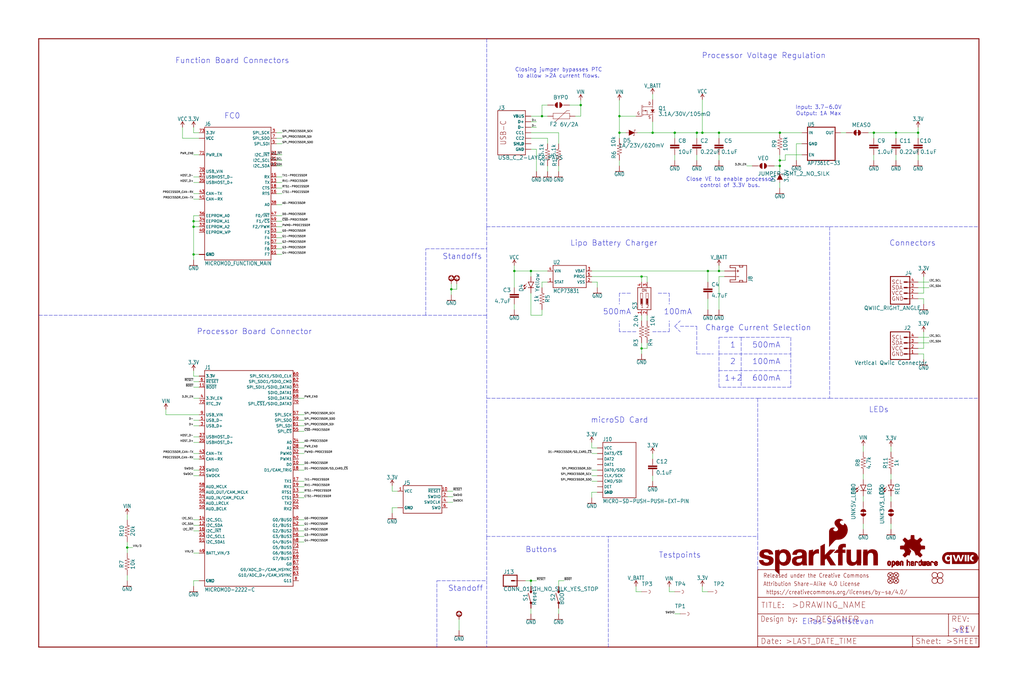
<source format=kicad_sch>
(kicad_sch (version 20211123) (generator eeschema)
  (paper "User" 470.306 317.906)
  (lib_symbols
    (symbol "schematicEagle-eagle-import:0.1UF-0603-25V-(+80{slash}-20%)"
      (property "Reference" "C" (at 1.524 2.921 0))
      (property "Value" "0.1UF-0603-25V-(+80{slash}-20%)" (at 1.524 -2.159 0))
      (symbol "0.1UF-0603-25V-(+80{slash}-20%)_1_0"
        (pin passive line (at 0 5.08 270) (length 2.54) (name "1") (number "1"))
        (pin passive line (at 0 -2.54 90) (length 2.54) (name "2") (number "2"))
      )
    )
    (symbol "schematicEagle-eagle-import:0.22UF-0603-25V-10%"
      (property "Reference" "C" (at 1.524 2.921 0))
      (property "Value" "0.22UF-0603-25V-10%" (at 1.524 -2.159 0))
      (symbol "0.22UF-0603-25V-10%_1_0"
        (pin passive line (at 0 5.08 270) (length 2.54) (name "1") (number "1"))
        (pin passive line (at 0 -2.54 90) (length 2.54) (name "2") (number "2"))
      )
    )
    (symbol "schematicEagle-eagle-import:1.0UF-0603-16V-10%"
      (property "Reference" "C" (at 1.524 2.921 0))
      (property "Value" "1.0UF-0603-16V-10%" (at 1.524 -2.159 0))
      (symbol "1.0UF-0603-16V-10%_1_0"
        (pin passive line (at 0 5.08 270) (length 2.54) (name "1") (number "1"))
        (pin passive line (at 0 -2.54 90) (length 2.54) (name "2") (number "2"))
      )
    )
    (symbol "schematicEagle-eagle-import:100KOHM-0603-1{slash}10W-1%"
      (property "Reference" "R" (at 0 1.524 0))
      (property "Value" "100KOHM-0603-1{slash}10W-1%" (at 0 -1.524 0))
      (symbol "100KOHM-0603-1{slash}10W-1%_1_0"
        (pin passive line (at -5.08 0 0) (length 2.54) (name "1") (number "1"))
        (pin passive line (at 5.08 0 180) (length 2.54) (name "2") (number "2"))
      )
    )
    (symbol "schematicEagle-eagle-import:10KOHM-0603-1{slash}10W-1%"
      (property "Reference" "R" (at 0 1.524 0))
      (property "Value" "10KOHM-0603-1{slash}10W-1%" (at 0 -1.524 0))
      (symbol "10KOHM-0603-1{slash}10W-1%_1_0"
        (pin passive line (at -5.08 0 0) (length 2.54) (name "1") (number "1"))
        (pin passive line (at 5.08 0 180) (length 2.54) (name "2") (number "2"))
      )
    )
    (symbol "schematicEagle-eagle-import:10UF-0805-10V-10%"
      (property "Reference" "C" (at 1.524 2.921 0))
      (property "Value" "10UF-0805-10V-10%" (at 1.524 -2.159 0))
      (symbol "10UF-0805-10V-10%_1_0"
        (pin passive line (at 0 5.08 270) (length 2.54) (name "1") (number "1"))
        (pin passive line (at 0 -2.54 90) (length 2.54) (name "2") (number "2"))
      )
    )
    (symbol "schematicEagle-eagle-import:1KOHM-0603-1{slash}10W-1%"
      (property "Reference" "R" (at 0 1.524 0))
      (property "Value" "1KOHM-0603-1{slash}10W-1%" (at 0 -1.524 0))
      (symbol "1KOHM-0603-1{slash}10W-1%_1_0"
        (pin passive line (at -5.08 0 0) (length 2.54) (name "1") (number "1"))
        (pin passive line (at 5.08 0 180) (length 2.54) (name "2") (number "2"))
      )
    )
    (symbol "schematicEagle-eagle-import:2.0KOHM-0603-1{slash}10W-5%"
      (property "Reference" "R" (at 0 1.524 0))
      (property "Value" "2.0KOHM-0603-1{slash}10W-5%" (at 0 -1.524 0))
      (symbol "2.0KOHM-0603-1{slash}10W-5%_1_0"
        (pin passive line (at -5.08 0 0) (length 2.54) (name "1") (number "1"))
        (pin passive line (at 5.08 0 180) (length 2.54) (name "2") (number "2"))
      )
    )
    (symbol "schematicEagle-eagle-import:20KOHM-0603-1{slash}10W-1%"
      (property "Reference" "R" (at 0 1.524 0))
      (property "Value" "20KOHM-0603-1{slash}10W-1%" (at 0 -1.524 0))
      (symbol "20KOHM-0603-1{slash}10W-1%_1_0"
        (pin passive line (at -5.08 0 0) (length 2.54) (name "1") (number "1"))
        (pin passive line (at 5.08 0 180) (length 2.54) (name "2") (number "2"))
      )
    )
    (symbol "schematicEagle-eagle-import:3.3V" (power)
      (property "Value" "3.3V" (at 0 2.794 0))
      (symbol "3.3V_1_0"
        (pin power_in line (at 0 0 90) (length 2.54) (name "3.3V") (number "1"))
      )
    )
    (symbol "schematicEagle-eagle-import:4.7KOHM-0603-1{slash}10W-1%"
      (property "Reference" "R" (at 0 1.524 0))
      (property "Value" "4.7KOHM-0603-1{slash}10W-1%" (at 0 -1.524 0))
      (symbol "4.7KOHM-0603-1{slash}10W-1%_1_0"
        (pin passive line (at -5.08 0 0) (length 2.54) (name "1") (number "1"))
        (pin passive line (at 5.08 0 180) (length 2.54) (name "2") (number "2"))
      )
    )
    (symbol "schematicEagle-eagle-import:4.7UF-0603-35V-(20%)"
      (property "Reference" "C" (at 1.524 2.921 0))
      (property "Value" "4.7UF-0603-35V-(20%)" (at 1.524 -2.159 0))
      (symbol "4.7UF-0603-35V-(20%)_1_0"
        (pin passive line (at 0 5.08 270) (length 2.54) (name "1") (number "1"))
        (pin passive line (at 0 -2.54 90) (length 2.54) (name "2") (number "2"))
      )
    )
    (symbol "schematicEagle-eagle-import:4.7UF-0603-6.3V-(10%)"
      (property "Reference" "C" (at 1.524 2.921 0))
      (property "Value" "4.7UF-0603-6.3V-(10%)" (at 1.524 -2.159 0))
      (symbol "4.7UF-0603-6.3V-(10%)_1_0"
        (pin passive line (at 0 5.08 270) (length 2.54) (name "1") (number "1"))
        (pin passive line (at 0 -2.54 90) (length 2.54) (name "2") (number "2"))
      )
    )
    (symbol "schematicEagle-eagle-import:5.1KOHM5.1KOHM-0603-1{slash}10W-1%"
      (property "Reference" "R" (at 0 1.524 0))
      (property "Value" "5.1KOHM5.1KOHM-0603-1{slash}10W-1%" (at 0 -1.524 0))
      (symbol "5.1KOHM5.1KOHM-0603-1{slash}10W-1%_1_0"
        (pin passive line (at -5.08 0 0) (length 2.54) (name "1") (number "1"))
        (pin passive line (at 5.08 0 180) (length 2.54) (name "2") (number "2"))
      )
    )
    (symbol "schematicEagle-eagle-import:AP7361C-33FGEUDFN-8"
      (property "Reference" "U" (at -7.62 7.874 0))
      (property "Value" "AP7361C-33FGEUDFN-8" (at -7.62 -7.874 0))
      (symbol "AP7361C-33FGEUDFN-8_1_0"
        (pin output line (at 7.62 5.08 180) (length 2.54) (name "OUT") (number "1"))
        (pin input line (at -10.16 0 0) (length 2.54) (name "GND") (number "4"))
        (pin bidirectional line (at -10.16 -5.08 0) (length 2.54) (name "EN") (number "5"))
        (pin input line (at -10.16 5.08 0) (length 2.54) (name "IN") (number "8"))
        (pin input line (at -10.16 0 0) (length 2.54) (name "GND") (number "EP"))
      )
    )
    (symbol "schematicEagle-eagle-import:CONN_01PTH_NO_SILK_YES_STOP"
      (property "Reference" "J" (at -2.54 3.048 0))
      (property "Value" "CONN_01PTH_NO_SILK_YES_STOP" (at -2.54 -4.826 0))
      (symbol "CONN_01PTH_NO_SILK_YES_STOP_1_0"
        (pin passive line (at 7.62 0 180) (length 5.08) (name "1") (number "1"))
      )
    )
    (symbol "schematicEagle-eagle-import:CORTEX_JTAG_DEBUG_MINIMUM_PTH"
      (property "Reference" "J" (at -10.16 7.874 0))
      (property "Value" "CORTEX_JTAG_DEBUG_MINIMUM_PTH" (at -10.16 -7.366 0))
      (symbol "CORTEX_JTAG_DEBUG_MINIMUM_PTH_1_0"
        (pin bidirectional line (at -12.7 5.08 0) (length 2.54) (name "VCC") (number "1"))
        (pin bidirectional line (at 10.16 5.08 180) (length 2.54) (name "~{RESET}") (number "10"))
        (pin bidirectional line (at 10.16 2.54 180) (length 2.54) (name "SWDIO") (number "2"))
        (pin bidirectional line (at -12.7 -2.54 0) (length 2.54) (name "GND") (number "3"))
        (pin bidirectional line (at 10.16 0 180) (length 2.54) (name "SWDCLK") (number "4"))
        (pin bidirectional line (at -12.7 -2.54 0) (length 2.54) (name "GND") (number "5"))
        (pin bidirectional line (at 10.16 -2.54 180) (length 2.54) (name "SWO") (number "6"))
        (pin bidirectional line (at -12.7 -2.54 0) (length 2.54) (name "GND") (number "9"))
      )
    )
    (symbol "schematicEagle-eagle-import:DIODE-SCHOTTKY-BAT20J"
      (property "Reference" "D" (at -2.54 2.032 0))
      (property "Value" "DIODE-SCHOTTKY-BAT20J" (at -2.54 -2.032 0))
      (symbol "DIODE-SCHOTTKY-BAT20J_1_0"
        (pin passive line (at -2.54 0 0) (length 0) (name "A") (number "A"))
        (pin passive line (at 2.54 0 180) (length 0) (name "C") (number "C"))
      )
    )
    (symbol "schematicEagle-eagle-import:DIODE-ZENER-MM3Z3V3T1G"
      (property "Reference" "D" (at -2.54 2.032 0))
      (property "Value" "DIODE-ZENER-MM3Z3V3T1G" (at -2.54 -2.032 0))
      (symbol "DIODE-ZENER-MM3Z3V3T1G_1_0"
        (pin passive line (at -2.54 0 0) (length 0) (name "A") (number "A"))
        (pin passive line (at 2.54 0 180) (length 0) (name "C") (number "C"))
      )
    )
    (symbol "schematicEagle-eagle-import:DIP-02-SMD-50MIL"
      (property "Reference" "S" (at -2.032 -5.08 90))
      (property "Value" "DIP-02-SMD-50MIL" (at 4.572 -5.08 90))
      (symbol "DIP-02-SMD-50MIL_1_0"
        (text "1" (at 0.254 -2.794 0) (effects (font (size 1.27 1.27)) (justify top)))
        (text "2" (at 2.794 -2.794 0) (effects (font (size 1.27 1.27)) (justify top)))
        (text "ON" (at 1.27 3.048 0) (effects (font (size 1.27 1.0795)) (justify bottom)))
        (pin bidirectional line (at 0 -7.62 90) (length 2.54) (name "P$1") (number "1"))
        (pin bidirectional line (at 2.54 -7.62 90) (length 2.54) (name "P$2") (number "2"))
        (pin bidirectional line (at 2.54 7.62 270) (length 2.54) (name "P$4") (number "3"))
        (pin bidirectional line (at 0 7.62 270) (length 2.54) (name "P$3") (number "4"))
      )
    )
    (symbol "schematicEagle-eagle-import:FIDUCIAL1X2")
    (symbol "schematicEagle-eagle-import:FRAME-LEDGER"
      (symbol "FRAME-LEDGER_2_0"
        (text " https://creativecommons.org/licenses/by-sa/4.0/" (at 2.54 24.13 0) (effects (font (size 1.9304 1.6408)) (justify left bottom)))
        (text ">DESIGNER" (at 23.114 11.176 0) (effects (font (size 2.7432 2.7432)) (justify left bottom)))
        (text ">DRAWING_NAME" (at 15.494 17.78 0) (effects (font (size 2.7432 2.7432)) (justify left bottom)))
        (text ">LAST_DATE_TIME" (at 12.7 1.27 0) (effects (font (size 2.54 2.54)) (justify left bottom)))
        (text ">REV" (at 88.9 6.604 0) (effects (font (size 2.7432 2.7432)) (justify left bottom)))
        (text ">SHEET" (at 86.36 1.27 0) (effects (font (size 2.54 2.54)) (justify left bottom)))
        (text "Attribution Share-Alike 4.0 License" (at 2.54 27.94 0) (effects (font (size 1.9304 1.6408)) (justify left bottom)))
        (text "Date:" (at 1.27 1.27 0) (effects (font (size 2.54 2.54)) (justify left bottom)))
        (text "Design by:" (at 1.27 11.43 0) (effects (font (size 2.54 2.159)) (justify left bottom)))
        (text "Released under the Creative Commons" (at 2.54 31.75 0) (effects (font (size 1.9304 1.6408)) (justify left bottom)))
        (text "REV:" (at 88.9 11.43 0) (effects (font (size 2.54 2.54)) (justify left bottom)))
        (text "Sheet:" (at 72.39 1.27 0) (effects (font (size 2.54 2.54)) (justify left bottom)))
        (text "TITLE:" (at 1.524 17.78 0) (effects (font (size 2.54 2.54)) (justify left bottom)))
      )
    )
    (symbol "schematicEagle-eagle-import:GND" (power)
      (property "Value" "GND" (at 0 -0.254 0))
      (symbol "GND_1_0"
        (pin power_in line (at 0 2.54 270) (length 2.54) (name "GND") (number "1"))
      )
    )
    (symbol "schematicEagle-eagle-import:JST_2MM_MALE"
      (property "Reference" "J" (at -2.54 5.842 0))
      (symbol "JST_2MM_MALE_1_0"
        (pin bidirectional line (at 0 -5.08 90) (length 5.08) (name "-") (number "1"))
        (pin bidirectional line (at 2.54 -5.08 90) (length 5.08) (name "+") (number "2"))
        (pin bidirectional line (at -2.54 2.54 90) (length 0) (name "PAD1") (number "NC1"))
        (pin bidirectional line (at 5.08 2.54 90) (length 0) (name "PAD2") (number "NC2"))
      )
    )
    (symbol "schematicEagle-eagle-import:JUMPER-COMBO_2_NC_TRACE"
      (property "Reference" "JP" (at 0 2.794 0))
      (property "Value" "JUMPER-COMBO_2_NC_TRACE" (at 0 -2.794 0))
      (symbol "JUMPER-COMBO_2_NC_TRACE_1_0"
        (pin passive line (at -5.08 0 0) (length 2.54) (name "1") (number "1"))
        (pin passive line (at 5.08 0 180) (length 2.54) (name "2") (number "2"))
        (pin passive line (at -5.08 0 0) (length 2.54) (name "1") (number "3"))
        (pin passive line (at 5.08 0 180) (length 2.54) (name "2") (number "4"))
      )
    )
    (symbol "schematicEagle-eagle-import:JUMPER-SMT_2_NC_TRACE_SILK"
      (property "Reference" "JP" (at 0 3.048 0))
      (property "Value" "JUMPER-SMT_2_NC_TRACE_SILK" (at 0 -3.048 0))
      (symbol "JUMPER-SMT_2_NC_TRACE_SILK_1_0"
        (pin passive line (at -5.08 0 0) (length 2.54) (name "1") (number "1"))
        (pin passive line (at 5.08 0 180) (length 2.54) (name "2") (number "2"))
      )
    )
    (symbol "schematicEagle-eagle-import:JUMPER-SMT_2_NO_SILK"
      (property "Reference" "JP" (at 0 2.794 0))
      (property "Value" "JUMPER-SMT_2_NO_SILK" (at 0 -2.794 0))
      (symbol "JUMPER-SMT_2_NO_SILK_1_0"
        (pin passive line (at -5.08 0 0) (length 2.54) (name "1") (number "1"))
        (pin passive line (at 5.08 0 180) (length 2.54) (name "2") (number "2"))
      )
    )
    (symbol "schematicEagle-eagle-import:LED-RED0603"
      (property "Reference" "D" (at -3.429 -4.572 90))
      (property "Value" "LED-RED0603" (at 1.905 -4.572 90))
      (symbol "LED-RED0603_1_0"
        (pin passive line (at 0 2.54 270) (length 2.54) (name "A") (number "A"))
        (pin passive line (at 0 -5.08 90) (length 2.54) (name "C") (number "C"))
      )
    )
    (symbol "schematicEagle-eagle-import:LED-YELLOW0603"
      (property "Reference" "D" (at -3.429 -4.572 90))
      (property "Value" "LED-YELLOW0603" (at 1.905 -4.572 90))
      (symbol "LED-YELLOW0603_1_0"
        (pin passive line (at 0 2.54 270) (length 2.54) (name "A") (number "A"))
        (pin passive line (at 0 -5.08 90) (length 2.54) (name "C") (number "C"))
      )
    )
    (symbol "schematicEagle-eagle-import:MCP73831"
      (property "Reference" "U" (at -7.62 5.588 0))
      (property "Value" "MCP73831" (at -7.62 -7.62 0))
      (symbol "MCP73831_1_0"
        (pin output line (at -10.16 -2.54 0) (length 2.54) (name "STAT") (number "1"))
        (pin power_in line (at 10.16 -2.54 180) (length 2.54) (name "VSS") (number "2"))
        (pin power_in line (at 10.16 2.54 180) (length 2.54) (name "VBAT") (number "3"))
        (pin power_in line (at -10.16 2.54 0) (length 2.54) (name "VIN") (number "4"))
        (pin input line (at 10.16 0 180) (length 2.54) (name "PROG") (number "5"))
      )
    )
    (symbol "schematicEagle-eagle-import:MICRO-SD-PUSH-PUSH-EXT-PIN"
      (property "Reference" "J" (at -5.08 13.208 0))
      (property "Value" "MICRO-SD-PUSH-PUSH-EXT-PIN" (at -5.08 -15.24 0))
      (symbol "MICRO-SD-PUSH-PUSH-EXT-PIN_1_0"
        (pin bidirectional line (at -7.62 5.08 0) (length 2.54) (name "DAT2") (number "1"))
        (pin bidirectional line (at -7.62 -10.16 0) (length 2.54) (name "GND") (number "10"))
        (pin bidirectional line (at -7.62 -10.16 0) (length 2.54) (name "GND") (number "11"))
        (pin bidirectional line (at -7.62 -10.16 0) (length 2.54) (name "GND") (number "12"))
        (pin bidirectional line (at -7.62 -10.16 0) (length 2.54) (name "GND") (number "13"))
        (pin bidirectional line (at -7.62 7.62 0) (length 2.54) (name "DAT3/~{CS}") (number "2"))
        (pin bidirectional line (at -7.62 -5.08 0) (length 2.54) (name "CMD/SDI") (number "3"))
        (pin bidirectional line (at -7.62 10.16 0) (length 2.54) (name "VCC") (number "4"))
        (pin bidirectional line (at -7.62 -2.54 0) (length 2.54) (name "CLK/SCK") (number "5"))
        (pin bidirectional line (at -7.62 -10.16 0) (length 2.54) (name "GND") (number "6"))
        (pin bidirectional line (at -7.62 0 0) (length 2.54) (name "DAT0/SDO") (number "7"))
        (pin bidirectional line (at -7.62 2.54 0) (length 2.54) (name "DAT1") (number "8"))
        (pin bidirectional line (at -7.62 -7.62 0) (length 2.54) (name "DET") (number "9"))
      )
    )
    (symbol "schematicEagle-eagle-import:MICROMOD-2222-C"
      (property "Reference" "J" (at -20.32 53.848 0))
      (property "Value" "MICROMOD-2222-C" (at -20.32 -48.26 0))
      (symbol "MICROMOD-2222-C_1_0"
        (pin bidirectional line (at -22.86 -43.18 0) (length 2.54) (name "GND") (number "1"))
        (pin bidirectional line (at 22.86 10.16 180) (length 2.54) (name "D0") (number "10"))
        (pin bidirectional line (at -22.86 45.72 0) (length 2.54) (name "~{BOOT}") (number "11"))
        (pin bidirectional line (at -22.86 -17.78 0) (length 2.54) (name "I2C_SDA") (number "12"))
        (pin bidirectional line (at 22.86 -2.54 180) (length 2.54) (name "RTS1") (number "13"))
        (pin bidirectional line (at -22.86 -15.24 0) (length 2.54) (name "I2C_SCL") (number "14"))
        (pin bidirectional line (at 22.86 -5.08 180) (length 2.54) (name "CTS1") (number "15"))
        (pin bidirectional line (at -22.86 -20.32 0) (length 2.54) (name "I2C_~{INT}") (number "16"))
        (pin bidirectional line (at 22.86 2.54 180) (length 2.54) (name "TX1") (number "17"))
        (pin bidirectional line (at 22.86 7.62 180) (length 2.54) (name "D1/CAM_TRIG") (number "18"))
        (pin bidirectional line (at 22.86 0 180) (length 2.54) (name "RX1") (number "19"))
        (pin bidirectional line (at -22.86 50.8 0) (length 2.54) (name "3.3V") (number "2"))
        (pin bidirectional line (at 22.86 -10.16 180) (length 2.54) (name "RX2") (number "20"))
        (pin bidirectional line (at -22.86 5.08 0) (length 2.54) (name "SWDCK") (number "21"))
        (pin bidirectional line (at 22.86 -7.62 180) (length 2.54) (name "TX2") (number "22"))
        (pin bidirectional line (at -22.86 7.62 0) (length 2.54) (name "SWDIO") (number "23"))
        (pin bidirectional line (at -22.86 27.94 0) (length 2.54) (name "USB_D+") (number "3"))
        (pin bidirectional line (at 22.86 15.24 180) (length 2.54) (name "PWM0") (number "32"))
        (pin bidirectional line (at -22.86 -43.18 0) (length 2.54) (name "GND") (number "33"))
        (pin bidirectional line (at 22.86 20.32 180) (length 2.54) (name "A0") (number "34"))
        (pin bidirectional line (at -22.86 20.32 0) (length 2.54) (name "USBHOST_D+") (number "35"))
        (pin bidirectional line (at -22.86 -43.18 0) (length 2.54) (name "GND") (number "36"))
        (pin bidirectional line (at -22.86 22.86 0) (length 2.54) (name "USBHOST_D-") (number "37"))
        (pin bidirectional line (at 22.86 17.78 180) (length 2.54) (name "A1") (number "38"))
        (pin bidirectional line (at -22.86 -43.18 0) (length 2.54) (name "GND") (number "39"))
        (pin bidirectional line (at -22.86 40.64 0) (length 2.54) (name "3.3V_EN") (number "4"))
        (pin bidirectional line (at 22.86 -15.24 180) (length 2.54) (name "G0/BUS0") (number "40"))
        (pin bidirectional line (at -22.86 12.7 0) (length 2.54) (name "CAN-RX") (number "41"))
        (pin bidirectional line (at 22.86 -17.78 180) (length 2.54) (name "G1/BUS1") (number "42"))
        (pin bidirectional line (at -22.86 15.24 0) (length 2.54) (name "CAN-TX") (number "43"))
        (pin bidirectional line (at 22.86 -20.32 180) (length 2.54) (name "G2/BUS2") (number "44"))
        (pin bidirectional line (at -22.86 -43.18 0) (length 2.54) (name "GND") (number "45"))
        (pin bidirectional line (at 22.86 -22.86 180) (length 2.54) (name "G3/BUS3") (number "46"))
        (pin bidirectional line (at 22.86 12.7 180) (length 2.54) (name "PWM1") (number "47"))
        (pin bidirectional line (at 22.86 -25.4 180) (length 2.54) (name "G4/BUS4") (number "48"))
        (pin bidirectional line (at -22.86 -30.48 0) (length 2.54) (name "BATT_VIN/3") (number "49"))
        (pin bidirectional line (at -22.86 30.48 0) (length 2.54) (name "USB_D-") (number "5"))
        (pin bidirectional line (at -22.86 -10.16 0) (length 2.54) (name "AUD_BCLK") (number "50"))
        (pin bidirectional line (at -22.86 -25.4 0) (length 2.54) (name "I2C_SDA1") (number "51"))
        (pin bidirectional line (at -22.86 -7.62 0) (length 2.54) (name "AUD_LRCLK") (number "52"))
        (pin bidirectional line (at -22.86 -22.86 0) (length 2.54) (name "I2C_SCL1") (number "53"))
        (pin bidirectional line (at -22.86 -5.08 0) (length 2.54) (name "AUD_IN/CAM_PCLK") (number "54"))
        (pin bidirectional line (at 22.86 25.4 180) (length 2.54) (name "SPI_~{CS}") (number "55"))
        (pin bidirectional line (at -22.86 -2.54 0) (length 2.54) (name "AUD_OUT/CAM_MCLK") (number "56"))
        (pin bidirectional line (at 22.86 33.02 180) (length 2.54) (name "SPI_SCK") (number "57"))
        (pin bidirectional line (at -22.86 0 0) (length 2.54) (name "AUD_MCLK") (number "58"))
        (pin bidirectional line (at 22.86 30.48 180) (length 2.54) (name "SPI_SDO") (number "59"))
        (pin bidirectional line (at -22.86 48.26 0) (length 2.54) (name "~{RESET}") (number "6"))
        (pin bidirectional line (at 22.86 50.8 180) (length 2.54) (name "SPI_SCK1/SDIO_CLK") (number "60"))
        (pin bidirectional line (at 22.86 27.94 180) (length 2.54) (name "SPI_SDI") (number "61"))
        (pin bidirectional line (at 22.86 48.26 180) (length 2.54) (name "SPI_SDO1/SDIO_CMD") (number "62"))
        (pin bidirectional line (at 22.86 -40.64 180) (length 2.54) (name "G10/ADC_D+/CAM_VSYNC") (number "63"))
        (pin bidirectional line (at 22.86 45.72 180) (length 2.54) (name "SPI_SDI1/SDIO_DATA0") (number "64"))
        (pin bidirectional line (at 22.86 -38.1 180) (length 2.54) (name "G9/ADC_D-/CAM_HSYNC") (number "65"))
        (pin bidirectional line (at 22.86 43.18 180) (length 2.54) (name "SDIO_DATA1") (number "66"))
        (pin bidirectional line (at 22.86 -35.56 180) (length 2.54) (name "G8") (number "67"))
        (pin bidirectional line (at 22.86 40.64 180) (length 2.54) (name "SDIO_DATA2") (number "68"))
        (pin bidirectional line (at 22.86 -33.02 180) (length 2.54) (name "G7/BUS7") (number "69"))
        (pin bidirectional line (at -22.86 -43.18 0) (length 2.54) (name "GND") (number "7"))
        (pin bidirectional line (at 22.86 38.1 180) (length 2.54) (name "SPI_~{CS1}/SDIO_DATA3") (number "70"))
        (pin bidirectional line (at 22.86 -30.48 180) (length 2.54) (name "G6/BUS6") (number "71"))
        (pin bidirectional line (at -22.86 38.1 0) (length 2.54) (name "RTC_3V") (number "72"))
        (pin bidirectional line (at 22.86 -27.94 180) (length 2.54) (name "G5/BUS5") (number "73"))
        (pin bidirectional line (at -22.86 50.8 0) (length 2.54) (name "3.3V") (number "74"))
        (pin bidirectional line (at -22.86 -43.18 0) (length 2.54) (name "GND") (number "75"))
        (pin bidirectional line (at 22.86 -43.18 180) (length 2.54) (name "G11") (number "8"))
        (pin bidirectional line (at -22.86 33.02 0) (length 2.54) (name "USB_VIN") (number "9"))
      )
    )
    (symbol "schematicEagle-eagle-import:MICROMOD_FUNCTION_MAIN"
      (property "Reference" "J" (at -15.24 28.448 0))
      (property "Value" "MICROMOD_FUNCTION_MAIN" (at -15.24 -35.56 0))
      (symbol "MICROMOD_FUNCTION_MAIN_1_0"
        (pin bidirectional line (at -17.78 -30.48 0) (length 2.54) (name "GND") (number "1"))
        (pin bidirectional line (at 17.78 2.54 180) (length 2.54) (name "TX") (number "13"))
        (pin bidirectional line (at 17.78 5.08 180) (length 2.54) (name "RX") (number "15"))
        (pin bidirectional line (at 17.78 -2.54 180) (length 2.54) (name "RTS") (number "16"))
        (pin bidirectional line (at 17.78 0 180) (length 2.54) (name "CTS") (number "18"))
        (pin bidirectional line (at 17.78 10.16 180) (length 2.54) (name "I2C_SDA") (number "19"))
        (pin bidirectional line (at 17.78 12.7 180) (length 2.54) (name "I2C_SCL") (number "21"))
        (pin bidirectional line (at 17.78 15.24 180) (length 2.54) (name "I2C_~{INT}") (number "23"))
        (pin bidirectional line (at 17.78 25.4 180) (length 2.54) (name "SPI_SCK") (number "3"))
        (pin bidirectional line (at -17.78 -17.78 0) (length 2.54) (name "EEPROM_A2") (number "32"))
        (pin bidirectional line (at -17.78 -30.48 0) (length 2.54) (name "GND") (number "33"))
        (pin bidirectional line (at -17.78 -15.24 0) (length 2.54) (name "EEPROM_A1") (number "34"))
        (pin bidirectional line (at -17.78 2.54 0) (length 2.54) (name "USBHOST_D+") (number "35"))
        (pin bidirectional line (at -17.78 -12.7 0) (length 2.54) (name "EEPROM_A0") (number "36"))
        (pin bidirectional line (at -17.78 5.08 0) (length 2.54) (name "USBHOST_D-") (number "37"))
        (pin bidirectional line (at 17.78 -7.62 180) (length 2.54) (name "A0") (number "38"))
        (pin bidirectional line (at -17.78 -30.48 0) (length 2.54) (name "GND") (number "39"))
        (pin bidirectional line (at -17.78 -20.32 0) (length 2.54) (name "EEPROM_WP") (number "40"))
        (pin bidirectional line (at -17.78 -5.08 0) (length 2.54) (name "CAN-RX") (number "41"))
        (pin bidirectional line (at -17.78 -2.54 0) (length 2.54) (name "CAN-TX") (number "43"))
        (pin bidirectional line (at -17.78 -30.48 0) (length 2.54) (name "GND") (number "45"))
        (pin bidirectional line (at 17.78 -12.7 180) (length 2.54) (name "F0/~{INT}") (number "47"))
        (pin bidirectional line (at 17.78 -15.24 180) (length 2.54) (name "F1/~{CS}") (number "49"))
        (pin bidirectional line (at 17.78 20.32 180) (length 2.54) (name "SPI_SDI") (number "5"))
        (pin bidirectional line (at 17.78 -17.78 180) (length 2.54) (name "F2/PWM") (number "51"))
        (pin bidirectional line (at 17.78 -20.32 180) (length 2.54) (name "F3") (number "53"))
        (pin bidirectional line (at 17.78 -22.86 180) (length 2.54) (name "F4") (number "55"))
        (pin bidirectional line (at 17.78 -25.4 180) (length 2.54) (name "F5") (number "57"))
        (pin bidirectional line (at 17.78 -27.94 180) (length 2.54) (name "F6") (number "59"))
        (pin bidirectional line (at 17.78 -30.48 180) (length 2.54) (name "F7") (number "61"))
        (pin bidirectional line (at 17.78 22.86 180) (length 2.54) (name "SPI_SDO") (number "7"))
        (pin bidirectional line (at -17.78 7.62 0) (length 2.54) (name "USB_VIN") (number "70"))
        (pin bidirectional line (at -17.78 15.24 0) (length 2.54) (name "PWR_EN") (number "71"))
        (pin bidirectional line (at -17.78 22.86 0) (length 2.54) (name "VCC") (number "72"))
        (pin bidirectional line (at -17.78 25.4 0) (length 2.54) (name "3.3V") (number "73"))
        (pin bidirectional line (at -17.78 22.86 0) (length 2.54) (name "VCC") (number "74"))
        (pin bidirectional line (at -17.78 -30.48 0) (length 2.54) (name "GND") (number "75"))
      )
    )
    (symbol "schematicEagle-eagle-import:MOMENTARY-SWITCH-SPST-SMD-5.2-TALL-REDUNDANT"
      (property "Reference" "S" (at 0 1.524 0))
      (property "Value" "MOMENTARY-SWITCH-SPST-SMD-5.2-TALL-REDUNDANT" (at 0 -0.508 0))
      (symbol "MOMENTARY-SWITCH-SPST-SMD-5.2-TALL-REDUNDANT_1_0"
        (pin passive line (at -5.08 0 0) (length 2.54) (name "1") (number "1"))
        (pin passive line (at -5.08 0 0) (length 2.54) (name "1") (number "2"))
        (pin passive line (at 5.08 0 180) (length 2.54) (name "2") (number "3"))
        (pin passive line (at 5.08 0 180) (length 2.54) (name "2") (number "4"))
      )
    )
    (symbol "schematicEagle-eagle-import:MOSFET_PCH-DMG2307L"
      (property "Reference" "Q" (at 5.08 0 0))
      (property "Value" "MOSFET_PCH-DMG2307L" (at 5.08 -2.54 0))
      (symbol "MOSFET_PCH-DMG2307L_1_0"
        (text "D" (at 0.508 2.54 0) (effects (font (size 1.27 1.0795)) (justify left bottom)))
        (text "G" (at -3.302 -0.508 0) (effects (font (size 1.27 1.0795)) (justify right top)))
        (text "S" (at 0.508 -3.81 0) (effects (font (size 1.27 1.0795)) (justify left bottom)))
        (pin bidirectional line (at -5.08 -2.54 0) (length 2.54) (name "G") (number "1"))
        (pin bidirectional line (at 2.54 -5.08 90) (length 2.54) (name "S") (number "2"))
        (pin bidirectional line (at 2.54 5.08 270) (length 2.54) (name "D") (number "3"))
      )
    )
    (symbol "schematicEagle-eagle-import:OSHW-LOGOL")
    (symbol "schematicEagle-eagle-import:PPTC_6V2A"
      (property "Reference" "F" (at 1.905 3.175 0))
      (property "Value" "PPTC_6V2A" (at 1.27 -2.794 0))
      (symbol "PPTC_6V2A_1_0"
        (pin bidirectional line (at -5.08 0 0) (length 2.54) (name "1") (number "1"))
        (pin bidirectional line (at 7.62 0 180) (length 2.54) (name "2") (number "2"))
      )
    )
    (symbol "schematicEagle-eagle-import:QWIIC_CONNECTOR"
      (property "Reference" "J" (at -5.08 7.874 0))
      (property "Value" "QWIIC_CONNECTOR" (at -5.08 -5.334 0))
      (symbol "QWIIC_CONNECTOR_1_0"
        (text "GND" (at -4.572 -2.54 0) (effects (font (size 1.778 1.778)) (justify left)))
        (text "SCL" (at -4.572 5.08 0) (effects (font (size 1.778 1.778)) (justify left)))
        (text "SDA" (at -4.572 2.54 0) (effects (font (size 1.778 1.778)) (justify left)))
        (text "VCC" (at -4.572 0 0) (effects (font (size 1.778 1.778)) (justify left)))
        (pin power_in line (at 7.62 -2.54 180) (length 5.08) (name "1") (number "1"))
        (pin power_in line (at 7.62 0 180) (length 5.08) (name "2") (number "2"))
        (pin passive line (at 7.62 2.54 180) (length 5.08) (name "3") (number "3"))
        (pin passive line (at 7.62 5.08 180) (length 5.08) (name "4") (number "4"))
      )
    )
    (symbol "schematicEagle-eagle-import:QWIIC_CONNECTORJS-1MM"
      (property "Reference" "J" (at -5.08 7.874 0))
      (property "Value" "QWIIC_CONNECTORJS-1MM" (at -5.08 -5.334 0))
      (symbol "QWIIC_CONNECTORJS-1MM_1_0"
        (text "GND" (at -4.572 -2.54 0) (effects (font (size 1.778 1.778)) (justify left)))
        (text "SCL" (at -4.572 5.08 0) (effects (font (size 1.778 1.778)) (justify left)))
        (text "SDA" (at -4.572 2.54 0) (effects (font (size 1.778 1.778)) (justify left)))
        (text "VCC" (at -4.572 0 0) (effects (font (size 1.778 1.778)) (justify left)))
        (pin power_in line (at 7.62 -2.54 180) (length 5.08) (name "1") (number "1"))
        (pin power_in line (at 7.62 0 180) (length 5.08) (name "2") (number "2"))
        (pin passive line (at 7.62 2.54 180) (length 5.08) (name "3") (number "3"))
        (pin passive line (at 7.62 5.08 180) (length 5.08) (name "4") (number "4"))
      )
    )
    (symbol "schematicEagle-eagle-import:QWIIC_LOGO_8MM")
    (symbol "schematicEagle-eagle-import:SFE_LOGO_NAME_FLAME.3_INCH")
    (symbol "schematicEagle-eagle-import:STAND-OFF-REFLOW-M2.5_2.5MM_TALL"
      (property "Reference" "H" (at -2.54 2.54 0))
      (property "Value" "STAND-OFF-REFLOW-M2.5_2.5MM_TALL" (at 2.54 0 0))
      (symbol "STAND-OFF-REFLOW-M2.5_2.5MM_TALL_1_0"
        (pin bidirectional line (at 0 -2.54 90) (length 2.54) (name "1") (number "1"))
      )
    )
    (symbol "schematicEagle-eagle-import:STAND-OFFTIGHT")
    (symbol "schematicEagle-eagle-import:TEST-POINT3X5"
      (property "Reference" "TP" (at -2.54 2.54 0))
      (property "Value" "TEST-POINT3X5" (at -2.54 -2.54 0))
      (symbol "TEST-POINT3X5_1_0"
        (pin bidirectional line (at 0 0 180) (length 0) (name "1") (number "1"))
      )
    )
    (symbol "schematicEagle-eagle-import:USB_C_2-LAYER_PADS"
      (property "Reference" "J" (at -2.54 10.414 0))
      (property "Value" "USB_C_2-LAYER_PADS" (at -2.54 -12.446 0))
      (symbol "USB_C_2-LAYER_PADS_1_0"
        (text "USB-C" (at 0 0 900) (effects (font (size 2.54 2.159))))
        (pin bidirectional line (at 12.7 0 180) (length 2.54) (name "CC1") (number "A5"))
        (pin bidirectional line (at 12.7 5.08 180) (length 2.54) (name "D+") (number "A6"))
        (pin bidirectional line (at 12.7 2.54 180) (length 2.54) (name "D-") (number "A7"))
        (pin bidirectional line (at 12.7 -2.54 180) (length 2.54) (name "CC2") (number "B5"))
        (pin bidirectional line (at 12.7 5.08 180) (length 2.54) (name "D+") (number "B6"))
        (pin bidirectional line (at 12.7 2.54 180) (length 2.54) (name "D-") (number "B7"))
        (pin bidirectional line (at 12.7 -7.62 180) (length 2.54) (name "GND") (number "GND"))
        (pin bidirectional line (at 12.7 -7.62 180) (length 2.54) (name "GND") (number "GND2"))
        (pin bidirectional line (at 12.7 -5.08 180) (length 2.54) (name "SHLD") (number "SHLD1"))
        (pin bidirectional line (at 12.7 -5.08 180) (length 2.54) (name "SHLD") (number "SHLD2"))
        (pin bidirectional line (at 12.7 -5.08 180) (length 2.54) (name "SHLD") (number "SHLD3"))
        (pin bidirectional line (at 12.7 -5.08 180) (length 2.54) (name "SHLD") (number "SHLD4"))
        (pin bidirectional line (at 12.7 7.62 180) (length 2.54) (name "VBUS") (number "VBUS1"))
        (pin bidirectional line (at 12.7 7.62 180) (length 2.54) (name "VBUS") (number "VBUS2"))
      )
    )
    (symbol "schematicEagle-eagle-import:VCC" (power)
      (property "Value" "VCC" (at 0 2.794 0))
      (symbol "VCC_1_0"
        (pin power_in line (at 0 0 90) (length 2.54) (name "VCC") (number "1"))
      )
    )
    (symbol "schematicEagle-eagle-import:VIN" (power)
      (property "Value" "VIN" (at 0 2.794 0))
      (symbol "VIN_1_0"
        (pin power_in line (at 0 0 90) (length 2.54) (name "VIN") (number "1"))
      )
    )
    (symbol "schematicEagle-eagle-import:V_BATT" (power)
      (property "Value" "V_BATT" (at 0 2.794 0))
      (symbol "V_BATT_1_0"
        (pin power_in line (at 0 0 90) (length 2.54) (name "V_BATT") (number "1"))
      )
    )
  )
  (junction (at 320.04 60.96))
  (junction (at 243.84 124.46))
  (junction (at 358.14 73.66))
  (junction (at 330.2 60.96))
  (junction (at 243.84 266.7))
  (junction (at 330.2 124.46))
  (junction (at 401.32 60.96))
  (junction (at 421.64 60.96))
  (junction (at 284.48 60.96))
  (junction (at 325.12 124.46))
  (junction (at 236.22 124.46))
  (junction (at 294.64 127))
  (junction (at 294.64 160.02))
  (junction (at 358.14 60.96))
  (junction (at 88.9 101.6))
  (junction (at 322.58 60.96))
  (junction (at 299.72 60.96))
  (junction (at 58.42 251.46))
  (junction (at 284.48 53.34))
  (junction (at 358.14 76.2))
  (junction (at 309.88 60.96))
  (junction (at 207.264 132.842))
  (junction (at 88.9 116.84))
  (junction (at 248.92 53.34))
  (junction (at 88.9 104.14))
  (junction (at 411.48 60.96))
  (junction (at 266.7 48.26))
  (wire (pts (xy 256.54 269.24) (xy 256.54 266.7)))
  (wire (pts (xy 91.44 60.96) (xy 88.9 60.96)))
  (wire (pts (xy 91.44 195.58) (xy 88.9 195.58)))
  (wire (pts (xy 421.64 73.66) (xy 421.64 71.12)))
  (polyline (pts (xy 340.36 154.94) (xy 363.22 154.94)))
  (wire (pts (xy 58.42 236.22) (xy 58.42 238.76)))
  (wire (pts (xy 207.264 130.302) (xy 207.264 132.842)))
  (wire (pts (xy 127 106.68) (xy 129.54 106.68)))
  (wire (pts (xy 137.16 195.58) (xy 139.7 195.58)))
  (wire (pts (xy 330.2 124.46) (xy 332.74 124.46)))
  (wire (pts (xy 271.78 220.98) (xy 274.32 220.98)))
  (polyline (pts (xy 330.2 162.56) (xy 330.2 154.94)))
  (polyline (pts (xy 320.04 162.56) (xy 327.66 162.56)))
  (polyline (pts (xy 223.52 246.38) (xy 279.4 246.38)))
  (wire (pts (xy 358.14 86.36) (xy 358.14 83.82)))
  (wire (pts (xy 330.2 121.92) (xy 330.2 124.46)))
  (wire (pts (xy 401.32 60.96) (xy 411.48 60.96)))
  (wire (pts (xy 325.12 271.78) (xy 322.58 271.78)))
  (wire (pts (xy 91.44 172.72) (xy 88.9 172.72)))
  (polyline (pts (xy 307.34 134.62) (xy 307.34 139.7)))
  (wire (pts (xy 88.9 238.76) (xy 91.44 238.76)))
  (wire (pts (xy 139.7 241.3) (xy 137.16 241.3)))
  (wire (pts (xy 421.64 154.94) (xy 426.72 154.94)))
  (wire (pts (xy 330.2 127) (xy 330.2 142.24)))
  (polyline (pts (xy 292.1 152.4) (xy 284.48 152.4)))
  (polyline (pts (xy 299.72 152.4) (xy 307.34 152.4)))
  (wire (pts (xy 243.84 60.96) (xy 256.54 60.96)))
  (wire (pts (xy 243.84 55.88) (xy 246.38 55.88)))
  (wire (pts (xy 368.3 71.12) (xy 360.68 71.12)))
  (wire (pts (xy 330.2 73.66) (xy 330.2 71.12)))
  (wire (pts (xy 127 99.06) (xy 129.54 99.06)))
  (wire (pts (xy 127 81.28) (xy 129.54 81.28)))
  (wire (pts (xy 284.48 63.5) (xy 284.48 60.96)))
  (polyline (pts (xy 302.26 134.62) (xy 307.34 134.62)))
  (polyline (pts (xy 195.58 144.78) (xy 195.58 114.3)))
  (wire (pts (xy 322.58 60.96) (xy 320.04 60.96)))
  (wire (pts (xy 236.22 121.92) (xy 236.22 124.46)))
  (wire (pts (xy 127 104.14) (xy 129.54 104.14)))
  (polyline (pts (xy 330.2 154.94) (xy 340.36 154.94)))
  (wire (pts (xy 137.16 182.88) (xy 139.7 182.88)))
  (wire (pts (xy 248.92 129.54) (xy 251.46 129.54)))
  (polyline (pts (xy 307.34 152.4) (xy 307.34 147.32)))
  (polyline (pts (xy 195.58 114.3) (xy 223.52 114.3)))
  (wire (pts (xy 91.44 81.28) (xy 88.9 81.28)))
  (wire (pts (xy 309.88 271.78) (xy 307.34 271.78)))
  (wire (pts (xy 401.32 63.5) (xy 401.32 60.96)))
  (polyline (pts (xy 340.36 177.8) (xy 330.2 177.8)))
  (wire (pts (xy 88.9 182.88) (xy 91.44 182.88)))
  (polyline (pts (xy 363.22 154.94) (xy 363.22 162.56)))
  (wire (pts (xy 88.9 241.3) (xy 91.44 241.3)))
  (wire (pts (xy 91.44 116.84) (xy 88.9 116.84)))
  (wire (pts (xy 421.64 137.16) (xy 424.18 137.16)))
  (wire (pts (xy 256.54 266.7) (xy 259.08 266.7)))
  (wire (pts (xy 58.42 264.16) (xy 58.42 266.7)))
  (wire (pts (xy 243.84 266.7) (xy 241.3 266.7)))
  (wire (pts (xy 127 60.96) (xy 129.54 60.96)))
  (wire (pts (xy 409.194 204.978) (xy 409.194 207.518)))
  (wire (pts (xy 243.84 124.46) (xy 236.22 124.46)))
  (wire (pts (xy 297.18 157.48) (xy 297.18 160.02)))
  (wire (pts (xy 91.44 193.04) (xy 88.9 193.04)))
  (wire (pts (xy 127 101.6) (xy 129.54 101.6)))
  (wire (pts (xy 294.64 271.78) (xy 292.1 271.78)))
  (wire (pts (xy 401.32 73.66) (xy 401.32 71.12)))
  (wire (pts (xy 127 93.98) (xy 129.54 93.98)))
  (polyline (pts (xy 330.2 162.56) (xy 363.22 162.56)))
  (wire (pts (xy 127 86.36) (xy 129.54 86.36)))
  (wire (pts (xy 299.72 220.98) (xy 299.72 218.44)))
  (wire (pts (xy 88.9 215.9) (xy 91.44 215.9)))
  (wire (pts (xy 271.78 124.46) (xy 325.12 124.46)))
  (wire (pts (xy 88.9 210.82) (xy 91.44 210.82)))
  (wire (pts (xy 320.04 73.66) (xy 320.04 71.12)))
  (wire (pts (xy 139.7 213.36) (xy 137.16 213.36)))
  (wire (pts (xy 91.44 266.7) (xy 88.9 266.7)))
  (polyline (pts (xy 279.4 246.38) (xy 347.98 246.38)))
  (wire (pts (xy 137.16 198.12) (xy 139.7 198.12)))
  (wire (pts (xy 307.34 269.494) (xy 307.34 271.78)))
  (wire (pts (xy 139.7 223.52) (xy 137.16 223.52)))
  (wire (pts (xy 358.14 76.2) (xy 358.14 73.66)))
  (wire (pts (xy 91.44 177.8) (xy 88.9 177.8)))
  (wire (pts (xy 88.9 243.84) (xy 91.44 243.84)))
  (wire (pts (xy 91.44 71.12) (xy 88.9 71.12)))
  (wire (pts (xy 243.84 58.42) (xy 246.38 58.42)))
  (wire (pts (xy 137.16 190.5) (xy 139.7 190.5)))
  (polyline (pts (xy 347.98 182.88) (xy 381 182.88)))
  (wire (pts (xy 299.72 43.18) (xy 299.72 45.72)))
  (polyline (pts (xy 200.66 266.7) (xy 223.52 266.7)))
  (wire (pts (xy 205.486 230.632) (xy 208.026 230.632)))
  (wire (pts (xy 182.626 233.172) (xy 180.086 233.172)))
  (wire (pts (xy 396.494 243.078) (xy 396.494 240.538)))
  (wire (pts (xy 243.84 68.58) (xy 246.38 68.58)))
  (polyline (pts (xy 223.52 144.78) (xy 195.58 144.78)))
  (wire (pts (xy 88.9 172.72) (xy 88.9 170.18)))
  (wire (pts (xy 309.88 73.66) (xy 309.88 71.12)))
  (wire (pts (xy 88.9 200.66) (xy 91.44 200.66)))
  (wire (pts (xy 88.9 101.6) (xy 88.9 104.14)))
  (wire (pts (xy 139.7 238.76) (xy 137.16 238.76)))
  (wire (pts (xy 424.18 162.56) (xy 424.18 165.1)))
  (wire (pts (xy 325.12 124.46) (xy 330.2 124.46)))
  (wire (pts (xy 411.48 73.66) (xy 411.48 71.12)))
  (polyline (pts (xy 200.66 297.18) (xy 200.66 266.7)))
  (wire (pts (xy 91.44 104.14) (xy 88.9 104.14)))
  (wire (pts (xy 284.48 53.34) (xy 284.48 45.974)))
  (wire (pts (xy 271.78 228.6) (xy 271.78 226.06)))
  (wire (pts (xy 127 76.2) (xy 129.54 76.2)))
  (wire (pts (xy 299.72 210.82) (xy 299.72 208.28)))
  (wire (pts (xy 322.58 271.78) (xy 322.58 269.24)))
  (wire (pts (xy 358.14 60.96) (xy 330.2 60.96)))
  (polyline (pts (xy 223.52 104.14) (xy 223.52 114.3)))
  (wire (pts (xy 139.7 205.74) (xy 137.16 205.74)))
  (polyline (pts (xy 289.56 134.62) (xy 284.48 134.62)))
  (wire (pts (xy 284.48 60.96) (xy 284.48 53.34)))
  (wire (pts (xy 207.264 135.382) (xy 207.264 132.842)))
  (wire (pts (xy 91.44 99.06) (xy 88.9 99.06)))
  (wire (pts (xy 266.7 48.26) (xy 266.7 53.34)))
  (wire (pts (xy 207.264 132.842) (xy 209.804 132.842)))
  (wire (pts (xy 137.16 226.06) (xy 139.7 226.06)))
  (wire (pts (xy 137.16 193.04) (xy 139.7 193.04)))
  (wire (pts (xy 421.64 160.02) (xy 424.18 160.02)))
  (wire (pts (xy 251.46 63.5) (xy 251.46 66.04)))
  (wire (pts (xy 91.44 63.5) (xy 83.82 63.5)))
  (wire (pts (xy 358.14 76.2) (xy 355.6 76.2)))
  (polyline (pts (xy 330.2 177.8) (xy 330.2 170.18)))
  (wire (pts (xy 139.7 215.9) (xy 137.16 215.9)))
  (wire (pts (xy 297.18 160.02) (xy 294.64 160.02)))
  (wire (pts (xy 409.194 243.078) (xy 409.194 240.538)))
  (wire (pts (xy 58.42 248.92) (xy 58.42 251.46)))
  (polyline (pts (xy 223.52 182.88) (xy 347.98 182.88)))
  (wire (pts (xy 243.84 53.34) (xy 248.92 53.34)))
  (wire (pts (xy 209.804 132.842) (xy 209.804 130.302)))
  (wire (pts (xy 309.88 60.96) (xy 299.72 60.96)))
  (wire (pts (xy 325.12 142.24) (xy 325.12 137.16)))
  (polyline (pts (xy 284.48 152.4) (xy 284.48 147.32)))
  (wire (pts (xy 88.9 60.96) (xy 88.9 58.42)))
  (polyline (pts (xy 320.04 149.86) (xy 320.04 162.56)))
  (wire (pts (xy 251.46 78.74) (xy 251.46 76.2)))
  (wire (pts (xy 243.84 127) (xy 243.84 124.46)))
  (wire (pts (xy 243.84 279.4) (xy 243.84 281.94)))
  (wire (pts (xy 411.48 60.96) (xy 421.64 60.96)))
  (polyline (pts (xy 381 104.14) (xy 381 182.88)))
  (wire (pts (xy 137.16 228.6) (xy 139.7 228.6)))
  (wire (pts (xy 330.2 63.5) (xy 330.2 60.96)))
  (wire (pts (xy 409.194 227.838) (xy 409.194 230.378)))
  (wire (pts (xy 322.58 60.96) (xy 322.58 45.72)))
  (wire (pts (xy 58.42 251.46) (xy 58.42 254)))
  (wire (pts (xy 88.9 208.28) (xy 91.44 208.28)))
  (polyline (pts (xy 223.52 104.14) (xy 381 104.14)))
  (polyline (pts (xy 363.22 177.8) (xy 340.36 177.8)))
  (wire (pts (xy 91.44 91.44) (xy 88.9 91.44)))
  (wire (pts (xy 358.14 78.74) (xy 358.14 76.2)))
  (wire (pts (xy 248.92 132.08) (xy 248.92 129.54)))
  (polyline (pts (xy 340.36 154.94) (xy 340.36 177.8)))
  (wire (pts (xy 91.44 254) (xy 88.9 254)))
  (wire (pts (xy 266.7 48.26) (xy 266.7 45.974)))
  (wire (pts (xy 91.44 83.82) (xy 88.9 83.82)))
  (wire (pts (xy 76.2 190.5) (xy 76.2 187.96)))
  (wire (pts (xy 332.74 127) (xy 330.2 127)))
  (wire (pts (xy 205.486 228.092) (xy 208.026 228.092)))
  (wire (pts (xy 287.528 60.96) (xy 284.48 60.96)))
  (polyline (pts (xy 363.22 170.18) (xy 363.22 177.8)))
  (wire (pts (xy 271.78 218.44) (xy 274.32 218.44)))
  (wire (pts (xy 246.38 266.7) (xy 243.84 266.7)))
  (wire (pts (xy 139.7 243.84) (xy 137.16 243.84)))
  (wire (pts (xy 297.18 127) (xy 294.64 127)))
  (wire (pts (xy 358.14 73.66) (xy 360.68 73.66)))
  (polyline (pts (xy 347.98 246.38) (xy 347.98 261.62)))
  (wire (pts (xy 88.9 218.44) (xy 91.44 218.44)))
  (wire (pts (xy 292.1 53.34) (xy 284.48 53.34)))
  (wire (pts (xy 182.626 225.552) (xy 180.086 225.552)))
  (polyline (pts (xy 223.52 114.3) (xy 223.52 144.78)))
  (wire (pts (xy 294.64 162.56) (xy 294.64 160.02)))
  (wire (pts (xy 83.82 63.5) (xy 83.82 58.42)))
  (wire (pts (xy 246.38 68.58) (xy 246.38 78.74)))
  (wire (pts (xy 421.64 132.08) (xy 426.72 132.08)))
  (wire (pts (xy 127 73.66) (xy 129.54 73.66)))
  (wire (pts (xy 294.64 160.02) (xy 294.64 157.48)))
  (polyline (pts (xy 279.4 297.18) (xy 279.4 246.38)))
  (polyline (pts (xy 312.42 149.86) (xy 320.04 149.86)))
  (polyline (pts (xy 309.88 149.86) (xy 312.42 152.4)))
  (polyline (pts (xy 223.52 17.78) (xy 223.52 104.14)))
  (wire (pts (xy 421.64 60.96) (xy 421.64 63.5)))
  (wire (pts (xy 294.64 127) (xy 294.64 129.54)))
  (polyline (pts (xy 330.2 170.18) (xy 330.2 162.56)))
  (wire (pts (xy 274.32 129.54) (xy 274.32 132.08)))
  (wire (pts (xy 424.18 134.62) (xy 424.18 127)))
  (wire (pts (xy 424.18 134.62) (xy 421.64 134.62)))
  (wire (pts (xy 424.18 152.4) (xy 424.18 160.02)))
  (wire (pts (xy 396.494 220.218) (xy 396.494 217.678)))
  (wire (pts (xy 127 66.04) (xy 129.54 66.04)))
  (wire (pts (xy 243.84 124.46) (xy 251.46 124.46)))
  (wire (pts (xy 299.72 60.96) (xy 292.608 60.96)))
  (wire (pts (xy 284.48 73.66) (xy 284.48 76.2)))
  (wire (pts (xy 330.2 60.96) (xy 322.58 60.96)))
  (wire (pts (xy 320.04 60.96) (xy 309.88 60.96)))
  (wire (pts (xy 180.086 233.172) (xy 180.086 235.712)))
  (wire (pts (xy 139.7 203.2) (xy 137.16 203.2)))
  (wire (pts (xy 137.16 248.92) (xy 139.7 248.92)))
  (wire (pts (xy 91.44 190.5) (xy 76.2 190.5)))
  (wire (pts (xy 139.7 220.98) (xy 137.16 220.98)))
  (wire (pts (xy 243.84 134.62) (xy 243.84 144.78)))
  (polyline (pts (xy 223.52 266.7) (xy 223.52 297.18)))
  (wire (pts (xy 248.92 144.78) (xy 248.92 142.24)))
  (wire (pts (xy 271.78 208.28) (xy 274.32 208.28)))
  (wire (pts (xy 365.76 66.04) (xy 365.76 73.66)))
  (wire (pts (xy 256.54 60.96) (xy 256.54 66.04)))
  (wire (pts (xy 411.48 60.96) (xy 411.48 63.5)))
  (wire (pts (xy 251.46 48.26) (xy 248.92 48.26)))
  (wire (pts (xy 325.12 124.46) (xy 325.12 129.54)))
  (polyline (pts (xy 330.2 170.18) (xy 363.22 170.18)))
  (wire (pts (xy 271.78 127) (xy 294.64 127)))
  (wire (pts (xy 236.22 124.46) (xy 236.22 132.08)))
  (wire (pts (xy 88.9 116.84) (xy 88.9 119.38)))
  (wire (pts (xy 360.68 73.66) (xy 360.68 71.12)))
  (wire (pts (xy 358.14 73.66) (xy 358.14 71.12)))
  (wire (pts (xy 127 88.9) (xy 129.54 88.9)))
  (wire (pts (xy 297.18 129.54) (xy 297.18 127)))
  (wire (pts (xy 127 63.5) (xy 129.54 63.5)))
  (wire (pts (xy 127 83.82) (xy 129.54 83.82)))
  (wire (pts (xy 421.64 162.56) (xy 424.18 162.56)))
  (wire (pts (xy 421.64 58.42) (xy 421.64 60.96)))
  (wire (pts (xy 309.88 63.5) (xy 309.88 60.96)))
  (wire (pts (xy 180.086 225.552) (xy 180.086 223.012)))
  (polyline (pts (xy 223.52 246.38) (xy 223.52 266.7)))
  (wire (pts (xy 398.78 60.96) (xy 401.32 60.96)))
  (wire (pts (xy 388.62 60.96) (xy 386.08 60.96)))
  (wire (pts (xy 271.78 205.74) (xy 271.78 203.2)))
  (polyline (pts (xy 381 182.88) (xy 449.58 182.88)))
  (wire (pts (xy 294.64 147.32) (xy 294.64 144.78)))
  (polyline (pts (xy 347.98 246.38) (xy 347.98 182.88)))
  (wire (pts (xy 320.04 60.96) (xy 320.04 63.5)))
  (wire (pts (xy 409.194 220.218) (xy 409.194 217.678)))
  (wire (pts (xy 256.54 281.94) (xy 256.54 279.4)))
  (wire (pts (xy 345.44 76.2) (xy 342.9 76.2)))
  (wire (pts (xy 127 116.84) (xy 129.54 116.84)))
  (wire (pts (xy 368.3 60.96) (xy 358.14 60.96)))
  (wire (pts (xy 127 109.22) (xy 129.54 109.22)))
  (wire (pts (xy 248.92 53.34) (xy 251.46 53.34)))
  (wire (pts (xy 127 71.12) (xy 129.54 71.12)))
  (wire (pts (xy 274.32 226.06) (xy 271.78 226.06)))
  (polyline (pts (xy 284.48 134.62) (xy 284.48 139.7)))
  (wire (pts (xy 292.1 271.78) (xy 292.1 269.24)))
  (wire (pts (xy 297.18 144.78) (xy 297.18 147.32)))
  (wire (pts (xy 424.18 137.16) (xy 424.18 139.7)))
  (wire (pts (xy 312.42 281.94) (xy 309.88 281.94)))
  (polyline (pts (xy 363.22 162.56) (xy 363.22 170.18)))
  (wire (pts (xy 396.494 227.838) (xy 396.494 230.378)))
  (wire (pts (xy 139.7 208.28) (xy 137.16 208.28)))
  (polyline (pts (xy 381 104.14) (xy 449.58 104.14)))
  (wire (pts (xy 88.9 203.2) (xy 91.44 203.2)))
  (polyline (pts (xy 223.52 144.78) (xy 223.52 246.38)))
  (wire (pts (xy 91.44 88.9) (xy 88.9 88.9)))
  (wire (pts (xy 256.54 78.74) (xy 256.54 76.2)))
  (wire (pts (xy 421.64 129.54) (xy 426.72 129.54)))
  (wire (pts (xy 261.62 48.26) (xy 266.7 48.26)))
  (wire (pts (xy 210.82 284.48) (xy 210.82 289.56)))
  (wire (pts (xy 248.92 48.26) (xy 248.92 53.34)))
  (wire (pts (xy 274.32 205.74) (xy 271.78 205.74)))
  (wire (pts (xy 58.42 251.46) (xy 60.96 251.46)))
  (wire (pts (xy 139.7 246.38) (xy 137.16 246.38)))
  (wire (pts (xy 368.3 66.04) (xy 365.76 66.04)))
  (wire (pts (xy 271.78 215.9) (xy 274.32 215.9)))
  (wire (pts (xy 91.44 101.6) (xy 88.9 101.6)))
  (wire (pts (xy 396.494 207.518) (xy 396.494 204.724)))
  (wire (pts (xy 236.22 142.24) (xy 236.22 139.7)))
  (wire (pts (xy 243.84 63.5) (xy 251.46 63.5)))
  (wire (pts (xy 88.9 99.06) (xy 88.9 101.6)))
  (wire (pts (xy 127 111.76) (xy 129.54 111.76)))
  (wire (pts (xy 421.64 157.48) (xy 426.72 157.48)))
  (wire (pts (xy 205.486 225.552) (xy 208.026 225.552)))
  (wire (pts (xy 91.44 175.26) (xy 88.9 175.26)))
  (wire (pts (xy 299.72 55.88) (xy 299.72 60.96)))
  (wire (pts (xy 243.84 144.78) (xy 248.92 144.78)))
  (wire (pts (xy 266.7 53.34) (xy 264.16 53.34)))
  (wire (pts (xy 88.9 266.7) (xy 88.9 269.24)))
  (wire (pts (xy 88.9 104.14) (xy 88.9 116.84)))
  (polyline (pts (xy 195.58 144.78) (xy 17.78 144.78)))
  (polyline (pts (xy 309.88 149.86) (xy 312.42 147.32)))
  (wire (pts (xy 127 114.3) (xy 129.54 114.3)))
  (wire (pts (xy 243.84 269.24) (xy 243.84 266.7)))
  (wire (pts (xy 271.78 129.54) (xy 274.32 129.54)))
  (text "Testpoints" (at 302.514 256.54 180) (effects (font (size 2.54 2.54)) (justify left bottom)))
  (text "600mA" (at 345.44 175.26 180) (effects (font (size 2.54 2.54)) (justify left bottom)))
  (text "500mA" (at 345.44 160.02 180) (effects (font (size 2.54 2.54)) (justify left bottom)))
  (text "microSD Card" (at 284.48 193.04 180) (effects (font (size 2.54 2.54))))
  (text "Processor Board Connector" (at 116.84 152.4 180) (effects (font (size 2.54 2.54))))
  (text "Input: 3.7-6.0V\nOutput: 1A Max" (at 375.92 50.8 180) (effects (font (size 1.778 1.778))))
  (text "Closing jumper bypasses PTC\nto allow >2A current flows." (at 256.54 33.528 0) (effects (font (size 1.778 1.778))))
  (text "Function Board Connectors" (at 106.68 27.94 180) (effects (font (size 2.54 2.54))))
  (text "Elias Santistevan" (at 368.3 287.02 180) (effects (font (size 2.54 2.54)) (justify left bottom)))
  (text "v11" (at 441.96 289.56 180) (effects (font (size 2.54 2.54))))
  (text "500mA" (at 276.86 144.78 180) (effects (font (size 2.54 2.54)) (justify left bottom)))
  (text "1" (at 335.28 160.02 180) (effects (font (size 2.54 2.54)) (justify left bottom)))
  (text "Lipo Battery Charger" (at 281.94 111.76 180) (effects (font (size 2.54 2.54))))
  (text "Close VE to enable processor\ncontrol of 3.3V bus." (at 335.28 83.82 180) (effects (font (size 1.778 1.778))))
  (text "1+2" (at 332.74 175.26 180) (effects (font (size 2.54 2.54)) (justify left bottom)))
  (text "Connectors" (at 419.1 111.76 180) (effects (font (size 2.54 2.54))))
  (text "Standoff" (at 205.74 271.78 180) (effects (font (size 2.54 2.54)) (justify left bottom)))
  (text "100mA" (at 304.8 144.78 180) (effects (font (size 2.54 2.54)) (justify left bottom)))
  (text "Buttons" (at 241.3 254 180) (effects (font (size 2.54 2.54)) (justify left bottom)))
  (text "Processor Voltage Regulation" (at 350.774 25.654 180) (effects (font (size 2.54 2.54))))
  (text "LEDs" (at 399.034 189.738 180) (effects (font (size 2.54 2.54)) (justify left bottom)))
  (text "Charge Current Selection" (at 348.234 150.622 180) (effects (font (size 2.54 2.54))))
  (text "FC0" (at 106.68 53.34 180) (effects (font (size 2.54 2.54))))
  (text "Standoffs" (at 203.2 119.38 180) (effects (font (size 2.54 2.54)) (justify left bottom)))
  (text "100mA" (at 345.44 167.64 180) (effects (font (size 2.54 2.54)) (justify left bottom)))
  (text "2" (at 335.28 167.64 180) (effects (font (size 2.54 2.54)) (justify left bottom)))
  (label "G2-PROCESSOR" (at 129.54 111.76 0) (effects (font (size 0.889 0.889))))
  (label "G4-PROCESSOR" (at 139.7 248.92 0) (effects (font (size 0.889 0.889))))
  (label "G3-PROCESSOR" (at 129.54 114.3 0) (effects (font (size 0.889 0.889))))
  (label "SWDCK" (at 208.026 230.632 0) (effects (font (size 0.889 0.889))))
  (label "PROCESSOR_CAN-RX" (at 88.9 88.9 180) (effects (font (size 0.889 0.889))))
  (label "HOST_D+" (at 88.9 203.2 180) (effects (font (size 0.889 0.889))))
  (label "SPI_PROCESSOR_SDO" (at 139.7 193.04 0) (effects (font (size 0.889 0.889))))
  (label "~{RESET}" (at 246.38 266.7 0) (effects (font (size 0.889 0.889))))
  (label "I2C_SCL" (at 426.72 154.94 0) (effects (font (size 0.889 0.889))))
  (label "G4-PROCESSOR" (at 129.54 116.84 0) (effects (font (size 0.889 0.889))))
  (label "SPI_PROCESSOR_SDO" (at 271.78 220.98 180) (effects (font (size 0.889 0.889))))
  (label "I2C_SCL" (at 88.9 238.76 180) (effects (font (size 0.889 0.889))))
  (label "G1-PROCESSOR" (at 129.54 109.22 0) (effects (font (size 0.889 0.889))))
  (label "TX1-PROCESSOR" (at 129.54 81.28 0) (effects (font (size 0.889 0.889))))
  (label "HOST_D-" (at 88.9 200.66 180) (effects (font (size 0.889 0.889))))
  (label "I2C_SCL" (at 426.72 129.54 0) (effects (font (size 0.889 0.889))))
  (label "D-" (at 88.9 193.04 180) (effects (font (size 0.889 0.889))))
  (label "SPI_PROCESSOR_SCK" (at 139.7 190.5 0) (effects (font (size 0.889 0.889))))
  (label "3.3V_EN" (at 342.9 76.2 180) (effects (font (size 0.889 0.889))))
  (label "SPI_PROCESSOR_SDI" (at 129.54 63.5 0) (effects (font (size 0.889 0.889))))
  (label "RTS1-PROCESSOR" (at 129.54 86.36 0) (effects (font (size 0.889 0.889))))
  (label "SWDIO" (at 88.9 215.9 180) (effects (font (size 0.889 0.889))))
  (label "SPI_PROCESSOR_SDI" (at 271.78 215.9 180) (effects (font (size 0.889 0.889))))
  (label "VIN/3" (at 60.96 251.46 0) (effects (font (size 0.889 0.889))))
  (label "SWDCK" (at 88.9 218.44 180) (effects (font (size 0.889 0.889))))
  (label "SWDIO" (at 208.026 228.092 0) (effects (font (size 0.889 0.889))))
  (label "PROCESSOR_CAN-TX" (at 88.9 91.44 180) (effects (font (size 0.889 0.889))))
  (label "D+" (at 246.38 55.88 180) (effects (font (size 0.889 0.889))))
  (label "SPI_PROCESSOR_SCK" (at 129.54 60.96 0) (effects (font (size 0.889 0.889))))
  (label "A0-PROCESSOR" (at 139.7 203.2 0) (effects (font (size 0.889 0.889))))
  (label "HOST_D+" (at 88.9 83.82 180) (effects (font (size 0.889 0.889))))
  (label "I2C_SDA" (at 88.9 241.3 180) (effects (font (size 0.889 0.889))))
  (label "G1-PROCESSOR" (at 139.7 241.3 0) (effects (font (size 0.889 0.889))))
  (label "3.3V_EN" (at 88.9 182.88 180) (effects (font (size 0.889 0.889))))
  (label "I2C_~{INT}" (at 129.54 71.12 180) (effects (font (size 0.889 0.889))))
  (label "~{CS0}-PROCESSOR" (at 129.54 101.6 0) (effects (font (size 0.889 0.889))))
  (label "D0-PROCESSOR" (at 139.7 213.36 0) (effects (font (size 0.889 0.889))))
  (label "PWR_EN0" (at 139.7 205.74 0) (effects (font (size 0.889 0.889))))
  (label "PWR_EN0" (at 88.9 71.12 180) (effects (font (size 0.889 0.889))))
  (label "SPI_PROCESSOR_SDO" (at 129.54 66.04 0) (effects (font (size 0.889 0.889))))
  (label "PWR_EN0" (at 139.7 182.88 0) (effects (font (size 0.889 0.889))))
  (label "G2-PROCESSOR" (at 139.7 243.84 0) (effects (font (size 0.889 0.889))))
  (label "PROCESSOR_CAN-TX" (at 88.9 208.28 180) (effects (font (size 0.889 0.889))))
  (label "TX1-PROCESSOR" (at 139.7 220.98 0) (effects (font (size 0.889 0.889))))
  (label "~{RESET}" (at 88.9 175.26 180) (effects (font (size 0.889 0.889))))
  (label "SPI_PROCESSOR_SDI" (at 139.7 195.58 0) (effects (font (size 0.889 0.889))))
  (label "~{RESET}" (at 208.026 225.552 0) (effects (font (size 0.889 0.889))))
  (label "~{BOOT}" (at 259.08 266.7 0) (effects (font (size 0.889 0.889))))
  (label "PWM0-PROCESSOR" (at 129.54 104.14 0) (effects (font (size 0.889 0.889))))
  (label "RTS1-PROCESSOR" (at 139.7 226.06 0) (effects (font (size 0.889 0.889))))
  (label "I2C_SDA" (at 426.72 132.08 0) (effects (font (size 0.889 0.889))))
  (label "HOST_D-" (at 88.9 81.28 180) (effects (font (size 0.889 0.889))))
  (label "I2C_SDA" (at 129.54 76.2 180) (effects (font (size 0.889 0.889))))
  (label "PWM0-PROCESSOR" (at 139.7 208.28 0) (effects (font (size 0.889 0.889))))
  (label "A0-PROCESSOR" (at 129.54 93.98 0) (effects (font (size 0.889 0.889))))
  (label "RX1-PROCESSOR" (at 139.7 223.52 0) (effects (font (size 0.889 0.889))))
  (label "PROCESSOR_CAN-RX" (at 88.9 210.82 180) (effects (font (size 0.889 0.889))))
  (label "G3-PROCESSOR" (at 139.7 246.38 0) (effects (font (size 0.889 0.889))))
  (label "G0-PROCESSOR" (at 139.7 238.76 0) (effects (font (size 0.889 0.889))))
  (label "~{CS0}-PROCESSOR" (at 139.7 198.12 0) (effects (font (size 0.889 0.889))))
  (label "D+" (at 88.9 195.58 180) (effects (font (size 0.889 0.889))))
  (label "D1-PROCESSOR/SD_CARD_~{CS}" (at 139.7 215.9 0) (effects (font (size 0.889 0.889))))
  (label "I2C_~{INT}" (at 88.9 243.84 180) (effects (font (size 0.889 0.889))))
  (label "G0-PROCESSOR" (at 129.54 106.68 0) (effects (font (size 0.889 0.889))))
  (label "SPI_PROCESSOR_SCK" (at 271.78 218.44 180) (effects (font (size 0.889 0.889))))
  (label "~{BOOT}" (at 88.9 177.8 180) (effects (font (size 0.889 0.889))))
  (label "I2C_SDA" (at 426.72 157.48 0) (effects (font (size 0.889 0.889))))
  (label "VIN/3" (at 88.9 254 180) (effects (font (size 0.889 0.889))))
  (label "CTS1-PROCESSOR" (at 129.54 88.9 0) (effects (font (size 0.889 0.889))))
  (label "D0-PROCESSOR" (at 129.54 99.06 0) (effects (font (size 0.889 0.889))))
  (label "CTS1-PROCESSOR" (at 139.7 228.6 0) (effects (font (size 0.889 0.889))))
  (label "I2C_SCL" (at 129.54 73.66 180) (effects (font (size 0.889 0.889))))
  (label "SWDIO" (at 309.88 281.94 180) (effects (font (size 0.889 0.889))))
  (label "RX1-PROCESSOR" (at 129.54 83.82 0) (effects (font (size 0.889 0.889))))
  (label "D1-PROCESSOR/SD_CARD_~{CS}" (at 271.78 208.28 180) (effects (font (size 0.889 0.889))))
  (label "D-" (at 246.38 58.42 180) (effects (font (size 0.889 0.889))))
  (symbol (lib_id "schematicEagle-eagle-import:VCC") (at 322.58 45.72 0) (unit 1)
    (property "Reference" "#SUPPLY28" (effects hide))
    (property "Value" "VCC" (at 322.58 42.926 0) (effects (font (size 1.778 1.5113)) (justify bottom)))
    (property "Footprint" "schematicEagle:" (effects hide))
  )
  (symbol (lib_id "schematicEagle-eagle-import:VIN") (at 284.48 45.974 0) (unit 1)
    (property "Reference" "#SUPPLY13" (effects hide))
    (property "Value" "VIN" (at 284.48 43.18 0) (effects (font (size 1.778 1.5113)) (justify bottom)))
    (property "Footprint" "schematicEagle:" (effects hide))
  )
  (symbol (lib_id "schematicEagle-eagle-import:GND") (at 271.78 231.14 0) (unit 1)
    (property "Reference" "#GND9" (effects hide))
    (property "Value" "GND" (at 271.78 231.394 0) (effects (font (size 1.778 1.5113)) (justify top)))
    (property "Footprint" "schematicEagle:" (effects hide))
  )
  (symbol (lib_id "schematicEagle-eagle-import:0.22UF-0603-25V-10%") (at 320.04 68.58 0) (unit 1)
    (property "Reference" "C2" (at 321.564 65.659 0) (effects (font (size 1.778 1.778)) (justify left bottom)))
    (property "Value" "0.22uF" (at 321.564 70.739 0) (effects (font (size 1.778 1.778)) (justify left bottom)))
    (property "Footprint" "schematicEagle:0603" (effects hide))
  )
  (symbol (lib_id "schematicEagle-eagle-import:10UF-0805-10V-10%") (at 309.88 68.58 0) (unit 1)
    (property "Reference" "C8" (at 311.404 65.659 0) (effects (font (size 1.778 1.778)) (justify left bottom)))
    (property "Value" "10uF" (at 311.404 70.739 0) (effects (font (size 1.778 1.778)) (justify left bottom)))
    (property "Footprint" "schematicEagle:0805" (effects hide))
  )
  (symbol (lib_id "schematicEagle-eagle-import:V_BATT") (at 292.1 269.24 0) (unit 1)
    (property "Reference" "#SUPPLY19" (effects hide))
    (property "Value" "V_BATT" (at 292.1 266.446 0) (effects (font (size 1.778 1.5113)) (justify bottom)))
    (property "Footprint" "schematicEagle:" (effects hide))
  )
  (symbol (lib_id "schematicEagle-eagle-import:VIN") (at 266.7 45.974 0) (unit 1)
    (property "Reference" "#SUPPLY2" (effects hide))
    (property "Value" "VIN" (at 266.7 43.18 0) (effects (font (size 1.778 1.5113)) (justify bottom)))
    (property "Footprint" "schematicEagle:" (effects hide))
  )
  (symbol (lib_id "schematicEagle-eagle-import:CORTEX_JTAG_DEBUG_MINIMUM_PTH") (at 195.326 230.632 0) (unit 1)
    (property "Reference" "J5" (at 185.166 222.758 0) (effects (font (size 1.778 1.778)) (justify left bottom)))
    (property "Value" "CORTEX_JTAG_DEBUG_MINIMUM_PTH" (effects hide))
    (property "Footprint" "schematicEagle:2X5-PTH-1.27MM" (effects hide))
  )
  (symbol (lib_id "schematicEagle-eagle-import:GND") (at 325.12 144.78 0) (mirror y) (unit 1)
    (property "Reference" "#GND13" (effects hide))
    (property "Value" "GND" (at 325.12 145.034 0) (effects (font (size 1.778 1.5113)) (justify top)))
    (property "Footprint" "schematicEagle:" (effects hide))
  )
  (symbol (lib_id "schematicEagle-eagle-import:AP7361C-33FGEUDFN-8") (at 378.46 66.04 0) (unit 1)
    (property "Reference" "U5" (at 370.84 58.166 0) (effects (font (size 1.778 1.5113)) (justify left bottom)))
    (property "Value" "AP7361C-33" (at 370.84 73.914 0) (effects (font (size 1.778 1.5113)) (justify left top)))
    (property "Footprint" "schematicEagle:UDFN-8" (effects hide))
  )
  (symbol (lib_id "schematicEagle-eagle-import:LED-RED0603") (at 396.494 222.758 0) (unit 1)
    (property "Reference" "D8" (at 393.065 227.33 90) (effects (font (size 1.778 1.778)) (justify left bottom)))
    (property "Value" "RED" (at 398.399 227.33 90) (effects (font (size 1.778 1.778)) (justify left top)))
    (property "Footprint" "schematicEagle:LED-0603" (effects hide))
  )
  (symbol (lib_id "schematicEagle-eagle-import:4.7UF-0603-35V-(20%)") (at 325.12 134.62 0) (unit 1)
    (property "Reference" "C4" (at 326.644 131.699 0) (effects (font (size 1.778 1.778)) (justify left bottom)))
    (property "Value" "4.7uF" (at 326.644 136.779 0) (effects (font (size 1.778 1.778)) (justify left bottom)))
    (property "Footprint" "schematicEagle:0603" (effects hide))
  )
  (symbol (lib_id "schematicEagle-eagle-import:GND") (at 320.04 76.2 0) (unit 1)
    (property "Reference" "#GND24" (effects hide))
    (property "Value" "GND" (at 320.04 76.454 0) (effects (font (size 1.778 1.5113)) (justify top)))
    (property "Footprint" "schematicEagle:" (effects hide))
  )
  (symbol (lib_id "schematicEagle-eagle-import:GND") (at 330.2 76.2 0) (unit 1)
    (property "Reference" "#GND31" (effects hide))
    (property "Value" "GND" (at 330.2 76.454 0) (effects (font (size 1.778 1.5113)) (justify top)))
    (property "Footprint" "schematicEagle:" (effects hide))
  )
  (symbol (lib_id "schematicEagle-eagle-import:3.3V") (at 271.78 203.2 0) (unit 1)
    (property "Reference" "#SUPPLY12" (effects hide))
    (property "Value" "3.3V" (at 271.78 200.406 0) (effects (font (size 1.778 1.5113)) (justify bottom)))
    (property "Footprint" "schematicEagle:" (effects hide))
  )
  (symbol (lib_id "schematicEagle-eagle-import:VCC") (at 83.82 58.42 0) (unit 1)
    (property "Reference" "#SUPPLY8" (effects hide))
    (property "Value" "VCC" (at 83.82 55.626 0) (effects (font (size 1.778 1.5113)) (justify bottom)))
    (property "Footprint" "schematicEagle:" (effects hide))
  )
  (symbol (lib_id "schematicEagle-eagle-import:5.1KOHM5.1KOHM-0603-1{slash}10W-1%") (at 251.46 71.12 270) (mirror x) (unit 1)
    (property "Reference" "R2" (at 248.158 74.422 0) (effects (font (size 1.778 1.778)) (justify bottom)))
    (property "Value" "5.1k" (at 249.682 68.834 0) (effects (font (size 1.778 1.778)) (justify top)))
    (property "Footprint" "schematicEagle:0603" (effects hide))
  )
  (symbol (lib_id "schematicEagle-eagle-import:0.1UF-0603-25V-(+80{slash}-20%)") (at 299.72 215.9 0) (unit 1)
    (property "Reference" "C12" (at 301.244 212.979 0) (effects (font (size 1.778 1.778)) (justify left bottom)))
    (property "Value" "0.1uF" (at 301.244 218.059 0) (effects (font (size 1.778 1.778)) (justify left bottom)))
    (property "Footprint" "schematicEagle:0603" (effects hide))
  )
  (symbol (lib_id "schematicEagle-eagle-import:0.1UF-0603-25V-(+80{slash}-20%)") (at 421.64 68.58 0) (mirror y) (unit 1)
    (property "Reference" "C10" (at 427.736 65.659 0) (effects (font (size 1.778 1.778)) (justify left bottom)))
    (property "Value" "0.1uF" (at 430.276 70.739 0) (effects (font (size 1.778 1.778)) (justify left bottom)))
    (property "Footprint" "schematicEagle:0603" (effects hide))
  )
  (symbol (lib_id "schematicEagle-eagle-import:STAND-OFF-REFLOW-M2.5_2.5MM_TALL") (at 209.804 127.762 0) (unit 1)
    (property "Reference" "H4" (effects hide))
    (property "Value" "STAND-OFF-REFLOW-M2.5_2.5MM_TALL" (effects hide))
    (property "Footprint" "schematicEagle:STAND-OFF-REFLOW-M2.5" (effects hide))
  )
  (symbol (lib_id "schematicEagle-eagle-import:JUMPER-SMT_2_NC_TRACE_SILK") (at 396.494 235.458 90) (unit 1)
    (property "Reference" "UNK5V_LED0" (at 392.938 238.76 0) (effects (font (size 1.778 1.778)) (justify left bottom)))
    (property "Value" "JUMPER-SMT_2_NC_TRACE_SILK" (effects hide))
    (property "Footprint" "schematicEagle:SMT-JUMPER_2_NC_TRACE_SILK" (effects hide))
  )
  (symbol (lib_id "schematicEagle-eagle-import:LED-YELLOW0603") (at 243.84 129.54 0) (unit 1)
    (property "Reference" "D4" (at 240.411 134.112 90) (effects (font (size 1.778 1.778)) (justify left bottom)))
    (property "Value" "Yellow" (at 245.745 134.112 90) (effects (font (size 1.778 1.778)) (justify left top)))
    (property "Footprint" "schematicEagle:LED-0603" (effects hide))
  )
  (symbol (lib_id "schematicEagle-eagle-import:100KOHM-0603-1{slash}10W-1%") (at 358.14 66.04 90) (unit 1)
    (property "Reference" "R9" (at 356.616 66.04 0) (effects (font (size 1.778 1.778)) (justify bottom)))
    (property "Value" "100k" (at 359.664 66.04 0) (effects (font (size 1.778 1.778)) (justify top)))
    (property "Footprint" "schematicEagle:0603" (effects hide))
  )
  (symbol (lib_id "schematicEagle-eagle-import:VIN") (at 307.34 269.494 0) (unit 1)
    (property "Reference" "#SUPPLY1" (effects hide))
    (property "Value" "VIN" (at 307.34 266.7 0) (effects (font (size 1.778 1.5113)) (justify bottom)))
    (property "Footprint" "schematicEagle:" (effects hide))
  )
  (symbol (lib_id "schematicEagle-eagle-import:3.3V") (at 180.086 223.012 0) (unit 1)
    (property "Reference" "#SUPPLY10" (effects hide))
    (property "Value" "3.3V" (at 180.086 220.218 0) (effects (font (size 1.778 1.5113)) (justify bottom)))
    (property "Footprint" "schematicEagle:" (effects hide))
  )
  (symbol (lib_id "schematicEagle-eagle-import:3.3V") (at 322.58 269.24 0) (unit 1)
    (property "Reference" "#SUPPLY16" (effects hide))
    (property "Value" "3.3V" (at 322.58 266.446 0) (effects (font (size 1.778 1.5113)) (justify bottom)))
    (property "Footprint" "schematicEagle:" (effects hide))
  )
  (symbol (lib_id "schematicEagle-eagle-import:DIODE-ZENER-MM3Z3V3T1G") (at 358.14 81.28 90) (unit 1)
    (property "Reference" "D1" (at 356.108 83.82 0) (effects (font (size 1.778 1.778)) (justify left bottom)))
    (property "Value" "3.3V" (at 360.172 83.82 0) (effects (font (size 1.778 1.778)) (justify left top)))
    (property "Footprint" "schematicEagle:SOD-323" (effects hide))
  )
  (symbol (lib_id "schematicEagle-eagle-import:STAND-OFFTIGHT") (at 429.26 264.16 0) (unit 1)
    (property "Reference" "H15" (effects hide))
    (property "Value" "STAND-OFFTIGHT" (effects hide))
    (property "Footprint" "schematicEagle:STAND-OFF-TIGHT" (effects hide))
  )
  (symbol (lib_id "schematicEagle-eagle-import:FIDUCIAL1X2") (at 408.94 266.7 0) (unit 1)
    (property "Reference" "FD4" (effects hide))
    (property "Value" "FIDUCIAL1X2" (effects hide))
    (property "Footprint" "schematicEagle:FIDUCIAL-1X2" (effects hide))
  )
  (symbol (lib_id "schematicEagle-eagle-import:MICROMOD-2222-C") (at 114.3 223.52 0) (unit 1)
    (property "Reference" "J1" (at 93.98 169.672 0) (effects (font (size 1.778 1.5113)) (justify left bottom)))
    (property "Value" "MICROMOD-2222-C" (at 93.98 271.78 0) (effects (font (size 1.778 1.5113)) (justify left bottom)))
    (property "Footprint" "schematicEagle:M.2-CONNECTOR-E" (effects hide))
  )
  (symbol (lib_id "schematicEagle-eagle-import:GND") (at 88.9 121.92 0) (unit 1)
    (property "Reference" "#GND4" (effects hide))
    (property "Value" "GND" (at 88.9 122.174 0) (effects (font (size 1.778 1.5113)) (justify top)))
    (property "Footprint" "schematicEagle:" (effects hide))
  )
  (symbol (lib_id "schematicEagle-eagle-import:TEST-POINT3X5") (at 309.88 271.78 0) (unit 1)
    (property "Reference" "TP4" (at 309.88 269.24 0) (effects (font (size 1.778 1.778)) (justify left bottom)))
    (property "Value" "TEST-POINT3X5" (effects hide))
    (property "Footprint" "schematicEagle:PAD.03X.05" (effects hide))
  )
  (symbol (lib_id "schematicEagle-eagle-import:GND") (at 284.48 78.74 0) (unit 1)
    (property "Reference" "#GND6" (effects hide))
    (property "Value" "GND" (at 284.48 78.994 0) (effects (font (size 1.778 1.5113)) (justify top)))
    (property "Footprint" "schematicEagle:" (effects hide))
  )
  (symbol (lib_id "schematicEagle-eagle-import:GND") (at 358.14 88.9 0) (unit 1)
    (property "Reference" "#GND32" (effects hide))
    (property "Value" "GND" (at 358.14 89.154 0) (effects (font (size 1.778 1.5113)) (justify top)))
    (property "Footprint" "schematicEagle:" (effects hide))
  )
  (symbol (lib_id "schematicEagle-eagle-import:GND") (at 409.194 245.618 0) (unit 1)
    (property "Reference" "#GND10" (effects hide))
    (property "Value" "GND" (at 409.194 245.872 0) (effects (font (size 1.778 1.5113)) (justify top)))
    (property "Footprint" "schematicEagle:" (effects hide))
  )
  (symbol (lib_id "schematicEagle-eagle-import:GND") (at 207.264 137.922 0) (unit 1)
    (property "Reference" "#GND40" (effects hide))
    (property "Value" "GND" (at 207.264 138.176 0) (effects (font (size 1.778 1.5113)) (justify top)))
    (property "Footprint" "schematicEagle:" (effects hide))
  )
  (symbol (lib_id "schematicEagle-eagle-import:FRAME-LEDGER") (at 17.78 297.18 0) (unit 1)
    (property "Reference" "FRAME1" (effects hide))
    (property "Value" "FRAME-LEDGER" (effects hide))
    (property "Footprint" "schematicEagle:CREATIVE_COMMONS" (effects hide))
  )
  (symbol (lib_id "schematicEagle-eagle-import:GND") (at 88.9 271.78 0) (unit 1)
    (property "Reference" "#GND7" (effects hide))
    (property "Value" "GND" (at 88.9 272.034 0) (effects (font (size 1.778 1.5113)) (justify top)))
    (property "Footprint" "schematicEagle:" (effects hide))
  )
  (symbol (lib_id "schematicEagle-eagle-import:3.3V") (at 299.72 208.28 0) (unit 1)
    (property "Reference" "#SUPPLY25" (effects hide))
    (property "Value" "3.3V" (at 299.72 205.486 0) (effects (font (size 1.778 1.5113)) (justify bottom)))
    (property "Footprint" "schematicEagle:" (effects hide))
  )
  (symbol (lib_id "schematicEagle-eagle-import:DIODE-SCHOTTKY-BAT20J") (at 290.068 60.96 0) (unit 1)
    (property "Reference" "D5" (at 289.814 63.5 0) (effects (font (size 1.778 1.778)) (justify right top)))
    (property "Value" "1A/23V/620mV" (at 305.054 67.818 0) (effects (font (size 1.778 1.778)) (justify right bottom)))
    (property "Footprint" "schematicEagle:SOD-323" (effects hide))
  )
  (symbol (lib_id "schematicEagle-eagle-import:STAND-OFF-REFLOW-M2.5_2.5MM_TALL") (at 210.82 281.94 0) (unit 1)
    (property "Reference" "H8" (effects hide))
    (property "Value" "STAND-OFF-REFLOW-M2.5_2.5MM_TALL" (effects hide))
    (property "Footprint" "schematicEagle:STAND-OFF-REFLOW-M2.5" (effects hide))
  )
  (symbol (lib_id "schematicEagle-eagle-import:GND") (at 210.82 292.1 0) (unit 1)
    (property "Reference" "#GND5" (effects hide))
    (property "Value" "GND" (at 210.82 292.354 0) (effects (font (size 1.778 1.5113)) (justify top)))
    (property "Footprint" "schematicEagle:" (effects hide))
  )
  (symbol (lib_id "schematicEagle-eagle-import:FIDUCIAL1X2") (at 408.94 264.16 0) (unit 1)
    (property "Reference" "FD3" (effects hide))
    (property "Value" "FIDUCIAL1X2" (effects hide))
    (property "Footprint" "schematicEagle:FIDUCIAL-1X2" (effects hide))
  )
  (symbol (lib_id "schematicEagle-eagle-import:3.3V") (at 88.9 58.42 0) (unit 1)
    (property "Reference" "#SUPPLY22" (effects hide))
    (property "Value" "3.3V" (at 88.9 55.626 0) (effects (font (size 1.778 1.5113)) (justify bottom)))
    (property "Footprint" "schematicEagle:" (effects hide))
  )
  (symbol (lib_id "schematicEagle-eagle-import:1KOHM-0603-1{slash}10W-1%") (at 409.194 212.598 90) (unit 1)
    (property "Reference" "R11" (at 407.67 212.598 0) (effects (font (size 1.778 1.778)) (justify bottom)))
    (property "Value" "1k" (at 410.718 212.598 0) (effects (font (size 1.778 1.778)) (justify top)))
    (property "Footprint" "schematicEagle:0603" (effects hide))
  )
  (symbol (lib_id "schematicEagle-eagle-import:GND") (at 256.54 81.28 0) (mirror y) (unit 1)
    (property "Reference" "#GND26" (effects hide))
    (property "Value" "GND" (at 256.54 81.534 0) (effects (font (size 1.778 1.5113)) (justify top)))
    (property "Footprint" "schematicEagle:" (effects hide))
  )
  (symbol (lib_id "schematicEagle-eagle-import:GND") (at 424.18 167.64 0) (unit 1)
    (property "Reference" "#GND11" (effects hide))
    (property "Value" "GND" (at 424.18 167.894 0) (effects (font (size 1.778 1.5113)) (justify top)))
    (property "Footprint" "schematicEagle:" (effects hide))
  )
  (symbol (lib_id "schematicEagle-eagle-import:GND") (at 424.18 142.24 0) (unit 1)
    (property "Reference" "#GND16" (effects hide))
    (property "Value" "GND" (at 424.18 142.494 0) (effects (font (size 1.778 1.5113)) (justify top)))
    (property "Footprint" "schematicEagle:" (effects hide))
  )
  (symbol (lib_id "schematicEagle-eagle-import:1KOHM-0603-1{slash}10W-1%") (at 248.92 137.16 270) (unit 1)
    (property "Reference" "R5" (at 250.444 137.16 0) (effects (font (size 1.778 1.778)) (justify bottom)))
    (property "Value" "1k" (at 247.396 137.16 0) (effects (font (size 1.778 1.778)) (justify top)))
    (property "Footprint" "schematicEagle:0603" (effects hide))
  )
  (symbol (lib_id "schematicEagle-eagle-import:V_BATT") (at 299.72 43.18 0) (unit 1)
    (property "Reference" "#SUPPLY27" (effects hide))
    (property "Value" "V_BATT" (at 299.72 40.386 0) (effects (font (size 1.778 1.5113)) (justify bottom)))
    (property "Footprint" "schematicEagle:" (effects hide))
  )
  (symbol (lib_id "schematicEagle-eagle-import:GND") (at 251.46 81.28 0) (mirror y) (unit 1)
    (property "Reference" "#GND25" (effects hide))
    (property "Value" "GND" (at 251.46 81.534 0) (effects (font (size 1.778 1.5113)) (justify top)))
    (property "Footprint" "schematicEagle:" (effects hide))
  )
  (symbol (lib_id "schematicEagle-eagle-import:0.1UF-0603-25V-(+80{slash}-20%)") (at 330.2 68.58 0) (mirror y) (unit 1)
    (property "Reference" "C5" (at 336.296 65.659 0) (effects (font (size 1.778 1.778)) (justify left bottom)))
    (property "Value" "0.1uF" (at 338.836 70.739 0) (effects (font (size 1.778 1.778)) (justify left bottom)))
    (property "Footprint" "schematicEagle:0603" (effects hide))
  )
  (symbol (lib_id "schematicEagle-eagle-import:3.3V") (at 424.18 127 0) (unit 1)
    (property "Reference" "#SUPPLY11" (effects hide))
    (property "Value" "3.3V" (at 424.18 124.206 0) (effects (font (size 1.778 1.5113)) (justify bottom)))
    (property "Footprint" "schematicEagle:" (effects hide))
  )
  (symbol (lib_id "schematicEagle-eagle-import:3.3V") (at 88.9 170.18 0) (unit 1)
    (property "Reference" "#SUPPLY5" (effects hide))
    (property "Value" "3.3V" (at 88.9 167.386 0) (effects (font (size 1.778 1.5113)) (justify bottom)))
    (property "Footprint" "schematicEagle:" (effects hide))
  )
  (symbol (lib_id "schematicEagle-eagle-import:FIDUCIAL1X2") (at 411.48 264.16 0) (unit 1)
    (property "Reference" "FD1" (effects hide))
    (property "Value" "FIDUCIAL1X2" (effects hide))
    (property "Footprint" "schematicEagle:FIDUCIAL-1X2" (effects hide))
  )
  (symbol (lib_id "schematicEagle-eagle-import:4.7UF-0603-6.3V-(10%)") (at 236.22 137.16 0) (mirror y) (unit 1)
    (property "Reference" "C3" (at 234.696 134.239 0) (effects (font (size 1.778 1.778)) (justify left bottom)))
    (property "Value" "4.7uF" (at 234.696 139.319 0) (effects (font (size 1.778 1.778)) (justify left bottom)))
    (property "Footprint" "schematicEagle:0603" (effects hide))
  )
  (symbol (lib_id "schematicEagle-eagle-import:V_BATT") (at 330.2 121.92 0) (unit 1)
    (property "Reference" "#SUPPLY14" (effects hide))
    (property "Value" "V_BATT" (at 330.2 119.126 0) (effects (font (size 1.778 1.5113)) (justify bottom)))
    (property "Footprint" "schematicEagle:" (effects hide))
  )
  (symbol (lib_id "schematicEagle-eagle-import:MOMENTARY-SWITCH-SPST-SMD-5.2-TALL-REDUNDANT") (at 243.84 274.32 90) (unit 1)
    (property "Reference" "S1" (at 242.316 274.32 0) (effects (font (size 1.778 1.778)) (justify bottom)))
    (property "Value" "Reset" (at 244.348 274.32 0) (effects (font (size 1.778 1.778)) (justify top)))
    (property "Footprint" "schematicEagle:TACTILE_SWITCH_SMD_5.2MM" (effects hide))
  )
  (symbol (lib_id "schematicEagle-eagle-import:PPTC_6V2A") (at 256.54 53.34 0) (unit 1)
    (property "Reference" "F2" (at 254.127 58.039 0) (effects (font (size 1.778 1.778)) (justify bottom)))
    (property "Value" "6V/2A" (at 261.366 56.134 0) (effects (font (size 1.778 1.778)) (justify top)))
    (property "Footprint" "schematicEagle:1210" (effects hide))
  )
  (symbol (lib_id "schematicEagle-eagle-import:GND") (at 274.32 134.62 0) (mirror y) (unit 1)
    (property "Reference" "#GND27" (effects hide))
    (property "Value" "GND" (at 274.32 134.874 0) (effects (font (size 1.778 1.5113)) (justify top)))
    (property "Footprint" "schematicEagle:" (effects hide))
  )
  (symbol (lib_id "schematicEagle-eagle-import:STAND-OFFTIGHT") (at 429.26 266.7 0) (unit 1)
    (property "Reference" "H16" (effects hide))
    (property "Value" "STAND-OFFTIGHT" (effects hide))
    (property "Footprint" "schematicEagle:STAND-OFF-TIGHT" (effects hide))
  )
  (symbol (lib_id "schematicEagle-eagle-import:GND") (at 294.64 165.1 0) (mirror y) (unit 1)
    (property "Reference" "#GND3" (effects hide))
    (property "Value" "GND" (at 294.64 165.354 0) (effects (font (size 1.778 1.5113)) (justify top)))
    (property "Footprint" "schematicEagle:" (effects hide))
  )
  (symbol (lib_id "schematicEagle-eagle-import:GND") (at 243.84 284.48 0) (unit 1)
    (property "Reference" "#GND2" (effects hide))
    (property "Value" "GND" (at 243.84 284.734 0) (effects (font (size 1.778 1.5113)) (justify top)))
    (property "Footprint" "schematicEagle:" (effects hide))
  )
  (symbol (lib_id "schematicEagle-eagle-import:GND") (at 256.54 284.48 0) (mirror y) (unit 1)
    (property "Reference" "#GND12" (effects hide))
    (property "Value" "GND" (at 256.54 284.734 0) (effects (font (size 1.778 1.5113)) (justify top)))
    (property "Footprint" "schematicEagle:" (effects hide))
  )
  (symbol (lib_id "schematicEagle-eagle-import:MOMENTARY-SWITCH-SPST-SMD-5.2-TALL-REDUNDANT") (at 256.54 274.32 90) (unit 1)
    (property "Reference" "S2" (at 255.016 274.32 0) (effects (font (size 1.778 1.778)) (justify bottom)))
    (property "Value" "BOOT" (at 257.048 274.32 0) (effects (font (size 1.778 1.778)) (justify top)))
    (property "Footprint" "schematicEagle:TACTILE_SWITCH_SMD_5.2MM" (effects hide))
  )
  (symbol (lib_id "schematicEagle-eagle-import:QWIIC_CONNECTOR") (at 414.02 160.02 0) (unit 1)
    (property "Reference" "J2" (at 415.036 151.638 0) (effects (font (size 1.778 1.778)) (justify left bottom)))
    (property "Value" "Vertical Qwiic Connector" (at 392.43 167.64 0) (effects (font (size 1.778 1.778)) (justify left bottom)))
    (property "Footprint" "schematicEagle:JST04_1MM_VERT" (effects hide))
  )
  (symbol (lib_id "schematicEagle-eagle-import:MOSFET_PCH-DMG2307L") (at 297.18 50.8 0) (unit 1)
    (property "Reference" "Q1" (at 302.26 50.8 0) (effects (font (size 1.778 1.778)) (justify left bottom)))
    (property "Value" "3.1A/30V/105mΩ" (at 302.26 53.34 0) (effects (font (size 1.778 1.778)) (justify left bottom)))
    (property "Footprint" "schematicEagle:SOT23-3" (effects hide))
  )
  (symbol (lib_id "schematicEagle-eagle-import:GND") (at 309.88 76.2 0) (unit 1)
    (property "Reference" "#GND21" (effects hide))
    (property "Value" "GND" (at 309.88 76.454 0) (effects (font (size 1.778 1.5113)) (justify top)))
    (property "Footprint" "schematicEagle:" (effects hide))
  )
  (symbol (lib_id "schematicEagle-eagle-import:DIP-02-SMD-50MIL") (at 294.64 137.16 0) (unit 1)
    (property "Reference" "S3" (at 292.608 142.24 90) (effects (font (size 1.778 1.778)) (justify left bottom)))
    (property "Value" "DIP-02-SMD-50MIL" (effects hide))
    (property "Footprint" "schematicEagle:DIPSWITCH-02-50MIL" (effects hide))
  )
  (symbol (lib_id "schematicEagle-eagle-import:OSHW-LOGOL") (at 419.1 251.46 0) (unit 1)
    (property "Reference" "LOGO3" (effects hide))
    (property "Value" "OSHW-LOGOL" (effects hide))
    (property "Footprint" "schematicEagle:OSHW-LOGO-L" (effects hide))
  )
  (symbol (lib_id "schematicEagle-eagle-import:GND") (at 411.48 76.2 0) (unit 1)
    (property "Reference" "#GND34" (effects hide))
    (property "Value" "GND" (at 411.48 76.454 0) (effects (font (size 1.778 1.5113)) (justify top)))
    (property "Footprint" "schematicEagle:" (effects hide))
  )
  (symbol (lib_id "schematicEagle-eagle-import:STAND-OFFTIGHT") (at 431.8 264.16 0) (unit 1)
    (property "Reference" "H14" (effects hide))
    (property "Value" "STAND-OFFTIGHT" (effects hide))
    (property "Footprint" "schematicEagle:STAND-OFF-TIGHT" (effects hide))
  )
  (symbol (lib_id "schematicEagle-eagle-import:SFE_LOGO_NAME_FLAME.3_INCH") (at 347.98 264.16 0) (unit 1)
    (property "Reference" "LOGO2" (effects hide))
    (property "Value" "SFE_LOGO_NAME_FLAME.3_INCH" (effects hide))
    (property "Footprint" "schematicEagle:SFE_LOGO_NAME_FLAME_.3" (effects hide))
  )
  (symbol (lib_id "schematicEagle-eagle-import:3.3V") (at 409.194 204.978 0) (unit 1)
    (property "Reference" "#SUPPLY20" (effects hide))
    (property "Value" "3.3V" (at 409.194 202.184 0) (effects (font (size 1.778 1.5113)) (justify bottom)))
    (property "Footprint" "schematicEagle:" (effects hide))
  )
  (symbol (lib_id "schematicEagle-eagle-import:5.1KOHM5.1KOHM-0603-1{slash}10W-1%") (at 256.54 71.12 270) (mirror x) (unit 1)
    (property "Reference" "R1" (at 253.746 74.676 0) (effects (font (size 1.778 1.778)) (justify bottom)))
    (property "Value" "5.1k" (at 255.27 69.088 0) (effects (font (size 1.778 1.778)) (justify top)))
    (property "Footprint" "schematicEagle:0603" (effects hide))
  )
  (symbol (lib_id "schematicEagle-eagle-import:10KOHM-0603-1{slash}10W-1%") (at 297.18 152.4 90) (unit 1)
    (property "Reference" "R4" (at 299.72 157.226 0) (effects (font (size 1.778 1.778)) (justify bottom)))
    (property "Value" "10k" (at 298.704 147.32 0) (effects (font (size 1.778 1.778)) (justify top)))
    (property "Footprint" "schematicEagle:0603" (effects hide))
  )
  (symbol (lib_id "schematicEagle-eagle-import:4.7KOHM-0603-1{slash}10W-1%") (at 396.494 212.598 90) (unit 1)
    (property "Reference" "R8" (at 394.97 212.598 0) (effects (font (size 1.778 1.778)) (justify bottom)))
    (property "Value" "4.7k" (at 398.018 212.598 0) (effects (font (size 1.778 1.778)) (justify top)))
    (property "Footprint" "schematicEagle:0603" (effects hide))
  )
  (symbol (lib_id "schematicEagle-eagle-import:STAND-OFFTIGHT") (at 431.8 266.7 0) (unit 1)
    (property "Reference" "H17" (effects hide))
    (property "Value" "STAND-OFFTIGHT" (effects hide))
    (property "Footprint" "schematicEagle:STAND-OFF-TIGHT" (effects hide))
  )
  (symbol (lib_id "schematicEagle-eagle-import:3.3V") (at 424.18 152.4 0) (unit 1)
    (property "Reference" "#SUPPLY3" (effects hide))
    (property "Value" "3.3V" (at 424.18 149.606 0) (effects (font (size 1.778 1.5113)) (justify bottom)))
    (property "Footprint" "schematicEagle:" (effects hide))
  )
  (symbol (lib_id "schematicEagle-eagle-import:10KOHM-0603-1{slash}10W-1%") (at 284.48 68.58 90) (unit 1)
    (property "Reference" "R6" (at 282.956 71.12 0) (effects (font (size 1.778 1.778)) (justify bottom)))
    (property "Value" "10k" (at 280.67 65.024 0) (effects (font (size 1.778 1.778)) (justify top)))
    (property "Footprint" "schematicEagle:0603" (effects hide))
  )
  (symbol (lib_id "schematicEagle-eagle-import:1.0UF-0603-16V-10%") (at 401.32 68.58 0) (unit 1)
    (property "Reference" "C9" (at 402.844 65.659 0) (effects (font (size 1.778 1.778)) (justify left bottom)))
    (property "Value" "1.0uF" (at 402.844 70.739 0) (effects (font (size 1.778 1.778)) (justify left bottom)))
    (property "Footprint" "schematicEagle:0603" (effects hide))
  )
  (symbol (lib_id "schematicEagle-eagle-import:GND") (at 246.38 81.28 0) (mirror y) (unit 1)
    (property "Reference" "#GND1" (effects hide))
    (property "Value" "GND" (at 246.38 81.534 0) (effects (font (size 1.778 1.5113)) (justify top)))
    (property "Footprint" "schematicEagle:" (effects hide))
  )
  (symbol (lib_id "schematicEagle-eagle-import:GND") (at 365.76 76.2 0) (unit 1)
    (property "Reference" "#GND17" (effects hide))
    (property "Value" "GND" (at 365.76 76.454 0) (effects (font (size 1.778 1.5113)) (justify top)))
    (property "Footprint" "schematicEagle:" (effects hide))
  )
  (symbol (lib_id "schematicEagle-eagle-import:QWIIC_CONNECTORJS-1MM") (at 414.02 134.62 0) (unit 1)
    (property "Reference" "J4" (at 415.544 126.492 0) (effects (font (size 1.778 1.778)) (justify left bottom)))
    (property "Value" "QWIIC_RIGHT_ANGLE" (at 396.748 140.462 0) (effects (font (size 1.778 1.778)) (justify left top)))
    (property "Footprint" "schematicEagle:JST04_1MM_RA" (effects hide))
  )
  (symbol (lib_id "schematicEagle-eagle-import:LED-RED0603") (at 409.194 222.758 0) (unit 1)
    (property "Reference" "D3" (at 405.765 227.33 90) (effects (font (size 1.778 1.778)) (justify left bottom)))
    (property "Value" "RED" (at 411.099 227.33 90) (effects (font (size 1.778 1.778)) (justify left top)))
    (property "Footprint" "schematicEagle:LED-0603" (effects hide))
  )
  (symbol (lib_id "schematicEagle-eagle-import:TEST-POINT3X5") (at 294.64 271.78 0) (unit 1)
    (property "Reference" "TP3" (at 294.64 269.24 0) (effects (font (size 1.778 1.778)) (justify left bottom)))
    (property "Value" "TEST-POINT3X5" (effects hide))
    (property "Footprint" "schematicEagle:PAD.03X.05" (effects hide))
  )
  (symbol (lib_id "schematicEagle-eagle-import:CONN_01PTH_NO_SILK_YES_STOP") (at 233.68 266.7 0) (unit 1)
    (property "Reference" "J13" (at 231.14 263.652 0) (effects (font (size 1.778 1.778)) (justify left bottom)))
    (property "Value" "CONN_01PTH_NO_SILK_YES_STOP" (at 231.14 271.526 0) (effects (font (size 1.778 1.778)) (justify left bottom)))
    (property "Footprint" "schematicEagle:1X01_NO_SILK" (effects hide))
  )
  (symbol (lib_id "schematicEagle-eagle-import:USB_C_2-LAYER_PADS") (at 231.14 60.96 0) (unit 1)
    (property "Reference" "J3" (at 228.6 50.546 0) (effects (font (size 1.778 1.778)) (justify left bottom)))
    (property "Value" "USB_C_2-LAYER_PADS" (at 228.6 73.406 0) (effects (font (size 1.778 1.778)) (justify left bottom)))
    (property "Footprint" "schematicEagle:USB-C-16P-2LAYER-PADS" (effects hide))
  )
  (symbol (lib_id "schematicEagle-eagle-import:MICRO-SD-PUSH-PUSH-EXT-PIN") (at 281.94 215.9 0) (unit 1)
    (property "Reference" "J10" (at 276.86 202.692 0) (effects (font (size 1.778 1.5113)) (justify left bottom)))
    (property "Value" "MICRO-SD-PUSH-PUSH-EXT-PIN" (at 276.86 231.14 0) (effects (font (size 1.778 1.5113)) (justify left bottom)))
    (property "Footprint" "schematicEagle:MICROSD-EXTERNALPIN" (effects hide))
  )
  (symbol (lib_id "schematicEagle-eagle-import:MICROMOD_FUNCTION_MAIN") (at 109.22 86.36 0) (unit 1)
    (property "Reference" "J6" (at 93.98 57.912 0) (effects (font (size 1.778 1.5113)) (justify left bottom)))
    (property "Value" "MICROMOD_FUNCTION_MAIN" (at 93.98 121.92 0) (effects (font (size 1.778 1.5113)) (justify left bottom)))
    (property "Footprint" "schematicEagle:M.2-CONNECTOR-E-FUNCTION-STANDARD" (effects hide))
  )
  (symbol (lib_id "schematicEagle-eagle-import:QWIIC_LOGO_8MM") (at 440.944 256.286 0) (unit 1)
    (property "Reference" "LOGO1" (effects hide))
    (property "Value" "QWIIC_LOGO_8MM" (effects hide))
    (property "Footprint" "schematicEagle:QWIIC_8MM" (effects hide))
  )
  (symbol (lib_id "schematicEagle-eagle-import:GND") (at 299.72 223.52 0) (unit 1)
    (property "Reference" "#GND36" (effects hide))
    (property "Value" "GND" (at 299.72 223.774 0) (effects (font (size 1.778 1.5113)) (justify top)))
    (property "Footprint" "schematicEagle:" (effects hide))
  )
  (symbol (lib_id "schematicEagle-eagle-import:GND") (at 401.32 76.2 0) (unit 1)
    (property "Reference" "#GND33" (effects hide))
    (property "Value" "GND" (at 401.32 76.454 0) (effects (font (size 1.778 1.5113)) (justify top)))
    (property "Footprint" "schematicEagle:" (effects hide))
  )
  (symbol (lib_id "schematicEagle-eagle-import:20KOHM-0603-1{slash}10W-1%") (at 58.42 243.84 90) (unit 1)
    (property "Reference" "R10" (at 56.896 243.84 0) (effects (font (size 1.778 1.778)) (justify bottom)))
    (property "Value" "20k" (at 59.944 243.84 0) (effects (font (size 1.778 1.778)) (justify top)))
    (property "Footprint" "schematicEagle:0603" (effects hide))
  )
  (symbol (lib_id "schematicEagle-eagle-import:GND") (at 396.494 245.618 0) (unit 1)
    (property "Reference" "#GND39" (effects hide))
    (property "Value" "GND" (at 396.494 245.872 0) (effects (font (size 1.778 1.5113)) (justify top)))
    (property "Footprint" "schematicEagle:" (effects hide))
  )
  (symbol (lib_id "schematicEagle-eagle-import:JUMPER-SMT_2_NO_SILK") (at 256.54 48.26 0) (unit 1)
    (property "Reference" "BYP0" (at 254 45.72 0) (effects (font (size 1.778 1.778)) (justify left bottom)))
    (property "Value" "JUMPER-SMT_2_NO_SILK" (effects hide))
    (property "Footprint" "schematicEagle:SMT-JUMPER_2_NO_SILK" (effects hide))
  )
  (symbol (lib_id "schematicEagle-eagle-import:2.0KOHM-0603-1{slash}10W-5%") (at 294.64 152.4 90) (unit 1)
    (property "Reference" "R3" (at 293.116 157.48 0) (effects (font (size 1.778 1.778)) (justify bottom)))
    (property "Value" "2.0k" (at 291.084 147.32 0) (effects (font (size 1.778 1.778)) (justify top)))
    (property "Footprint" "schematicEagle:0603" (effects hide))
  )
  (symbol (lib_id "schematicEagle-eagle-import:0.22UF-0603-25V-10%") (at 411.48 68.58 0) (unit 1)
    (property "Reference" "C11" (at 413.004 65.659 0) (effects (font (size 1.778 1.778)) (justify left bottom)))
    (property "Value" "0.22uF" (at 413.004 70.739 0) (effects (font (size 1.778 1.778)) (justify left bottom)))
    (property "Footprint" "schematicEagle:0603" (effects hide))
  )
  (symbol (lib_id "schematicEagle-eagle-import:JUMPER-COMBO_2_NC_TRACE") (at 393.7 60.96 0) (unit 1)
    (property "Reference" "MEAS0" (at 391.16 58.42 0) (effects (font (size 1.778 1.778)) (justify left bottom)))
    (property "Value" "JUMPER-COMBO_2_NC_TRACE" (effects hide))
    (property "Footprint" "schematicEagle:COMBO-JUMPER_2_NC_TRACE" (effects hide))
  )
  (symbol (lib_id "schematicEagle-eagle-import:VCC") (at 236.22 121.92 0) (mirror y) (unit 1)
    (property "Reference" "#SUPPLY6" (effects hide))
    (property "Value" "VCC" (at 236.22 119.126 0) (effects (font (size 1.778 1.5113)) (justify bottom)))
    (property "Footprint" "schematicEagle:" (effects hide))
  )
  (symbol (lib_id "schematicEagle-eagle-import:FIDUCIAL1X2") (at 411.48 266.7 0) (unit 1)
    (property "Reference" "FD2" (effects hide))
    (property "Value" "FIDUCIAL1X2" (effects hide))
    (property "Footprint" "schematicEagle:FIDUCIAL-1X2" (effects hide))
  )
  (symbol (lib_id "schematicEagle-eagle-import:MCP73831") (at 261.62 127 0) (unit 1)
    (property "Reference" "U2" (at 254 121.412 0) (effects (font (size 1.778 1.5113)) (justify left bottom)))
    (property "Value" "MCP73831" (at 254 134.62 0) (effects (font (size 1.778 1.5113)) (justify left bottom)))
    (property "Footprint" "schematicEagle:SOT23-5" (effects hide))
  )
  (symbol (lib_id "schematicEagle-eagle-import:VIN") (at 76.2 187.96 0) (unit 1)
    (property "Reference" "#SUPPLY7" (effects hide))
    (property "Value" "VIN" (at 76.2 185.166 0) (effects (font (size 1.778 1.5113)) (justify bottom)))
    (property "Footprint" "schematicEagle:" (effects hide))
  )
  (symbol (lib_id "schematicEagle-eagle-import:VIN") (at 58.42 236.22 0) (unit 1)
    (property "Reference" "#SUPPLY4" (effects hide))
    (property "Value" "VIN" (at 58.42 233.426 0) (effects (font (size 1.778 1.5113)) (justify bottom)))
    (property "Footprint" "schematicEagle:" (effects hide))
  )
  (symbol (lib_id "schematicEagle-eagle-import:TEST-POINT3X5") (at 312.42 281.94 0) (unit 1)
    (property "Reference" "TP1" (at 309.88 279.4 0) (effects (font (size 1.778 1.778)) (justify left bottom)))
    (property "Value" "TEST-POINT3X5" (effects hide))
    (property "Footprint" "schematicEagle:PAD.03X.05" (effects hide))
  )
  (symbol (lib_id "schematicEagle-eagle-import:GND") (at 330.2 144.78 0) (mirror y) (unit 1)
    (property "Reference" "#GND20" (effects hide))
    (property "Value" "GND" (at 330.2 145.034 0) (effects (font (size 1.778 1.5113)) (justify top)))
    (property "Footprint" "schematicEagle:" (effects hide))
  )
  (symbol (lib_id "schematicEagle-eagle-import:GND") (at 421.64 76.2 0) (unit 1)
    (property "Reference" "#GND35" (effects hide))
    (property "Value" "GND" (at 421.64 76.454 0) (effects (font (size 1.778 1.5113)) (justify top)))
    (property "Footprint" "schematicEagle:" (effects hide))
  )
  (symbol (lib_id "schematicEagle-eagle-import:GND") (at 236.22 144.78 0) (unit 1)
    (property "Reference" "#GND15" (effects hide))
    (property "Value" "GND" (at 236.22 145.034 0) (effects (font (size 1.778 1.5113)) (justify top)))
    (property "Footprint" "schematicEagle:" (effects hide))
  )
  (symbol (lib_id "schematicEagle-eagle-import:GND") (at 58.42 269.24 0) (unit 1)
    (property "Reference" "#GND23" (effects hide))
    (property "Value" "GND" (at 58.42 269.494 0) (effects (font (size 1.778 1.5113)) (justify top)))
    (property "Footprint" "schematicEagle:" (effects hide))
  )
  (symbol (lib_id "schematicEagle-eagle-import:JST_2MM_MALE") (at 337.82 127 270) (mirror x) (unit 1)
    (property "Reference" "J8" (at 343.662 129.54 0) (effects (font (size 1.778 1.5113)) (justify left bottom)))
    (property "Value" "JST_2MM_MALE" (effects hide))
    (property "Footprint" "schematicEagle:JST-2-SMD" (effects hide))
  )
  (symbol (lib_id "schematicEagle-eagle-import:JUMPER-SMT_2_NC_TRACE_SILK") (at 409.194 235.458 90) (unit 1)
    (property "Reference" "UNK3V3_LED0" (at 406.146 240.792 0) (effects (font (size 1.778 1.778)) (justify left bottom)))
    (property "Value" "JUMPER-SMT_2_NC_TRACE_SILK" (effects hide))
    (property "Footprint" "schematicEagle:SMT-JUMPER_2_NC_TRACE_SILK" (effects hide))
  )
  (symbol (lib_id "schematicEagle-eagle-import:FRAME-LEDGER") (at 347.98 297.18 0) (unit 2)
    (property "Reference" "FRAME1" (effects hide))
    (property "Value" "FRAME-LEDGER" (effects hide))
    (property "Footprint" "schematicEagle:CREATIVE_COMMONS" (effects hide))
  )
  (symbol (lib_id "schematicEagle-eagle-import:TEST-POINT3X5") (at 325.12 271.78 0) (unit 1)
    (property "Reference" "TP2" (at 327.66 269.24 0) (effects (font (size 1.778 1.778)) (justify left bottom)))
    (property "Value" "TEST-POINT3X5" (effects hide))
    (property "Footprint" "schematicEagle:PAD.03X.05" (effects hide))
  )
  (symbol (lib_id "schematicEagle-eagle-import:GND") (at 180.086 238.252 0) (unit 1)
    (property "Reference" "#GND14" (effects hide))
    (property "Value" "GND" (at 180.086 238.506 0) (effects (font (size 1.778 1.5113)) (justify top)))
    (property "Footprint" "schematicEagle:" (effects hide))
  )
  (symbol (lib_id "schematicEagle-eagle-import:STAND-OFF-REFLOW-M2.5_2.5MM_TALL") (at 207.264 127.762 0) (unit 1)
    (property "Reference" "H3" (effects hide))
    (property "Value" "STAND-OFF-REFLOW-M2.5_2.5MM_TALL" (effects hide))
    (property "Footprint" "schematicEagle:STAND-OFF-REFLOW-M2.5" (effects hide))
  )
  (symbol (lib_id "schematicEagle-eagle-import:3.3V") (at 421.64 58.42 0) (unit 1)
    (property "Reference" "#SUPPLY15" (effects hide))
    (property "Value" "3.3V" (at 421.64 55.626 0) (effects (font (size 1.778 1.5113)) (justify bottom)))
    (property "Footprint" "schematicEagle:" (effects hide))
  )
  (symbol (lib_id "schematicEagle-eagle-import:10KOHM-0603-1{slash}10W-1%") (at 58.42 259.08 90) (unit 1)
    (property "Reference" "R7" (at 56.896 259.08 0) (effects (font (size 1.778 1.778)) (justify bottom)))
    (property "Value" "10k" (at 59.944 259.08 0) (effects (font (size 1.778 1.778)) (justify top)))
    (property "Footprint" "schematicEagle:0603" (effects hide))
  )
  (symbol (lib_id "schematicEagle-eagle-import:VIN") (at 396.494 204.724 0) (unit 1)
    (property "Reference" "#SUPPLY24" (effects hide))
    (property "Value" "VIN" (at 396.494 201.93 0) (effects (font (size 1.778 1.5113)) (justify bottom)))
    (property "Footprint" "schematicEagle:" (effects hide))
  )
  (symbol (lib_id "schematicEagle-eagle-import:JUMPER-SMT_2_NO_SILK") (at 350.52 76.2 0) (unit 1)
    (property "Reference" "VE0" (at 347.98 73.66 0) (effects (font (size 1.778 1.778)) (justify left bottom)))
    (property "Value" "JUMPER-SMT_2_NO_SILK" (at 347.98 78.74 0) (effects (font (size 1.778 1.778)) (justify left top)))
    (property "Footprint" "schematicEagle:SMT-JUMPER_2_NO_SILK" (effects hide))
  )
)
</source>
